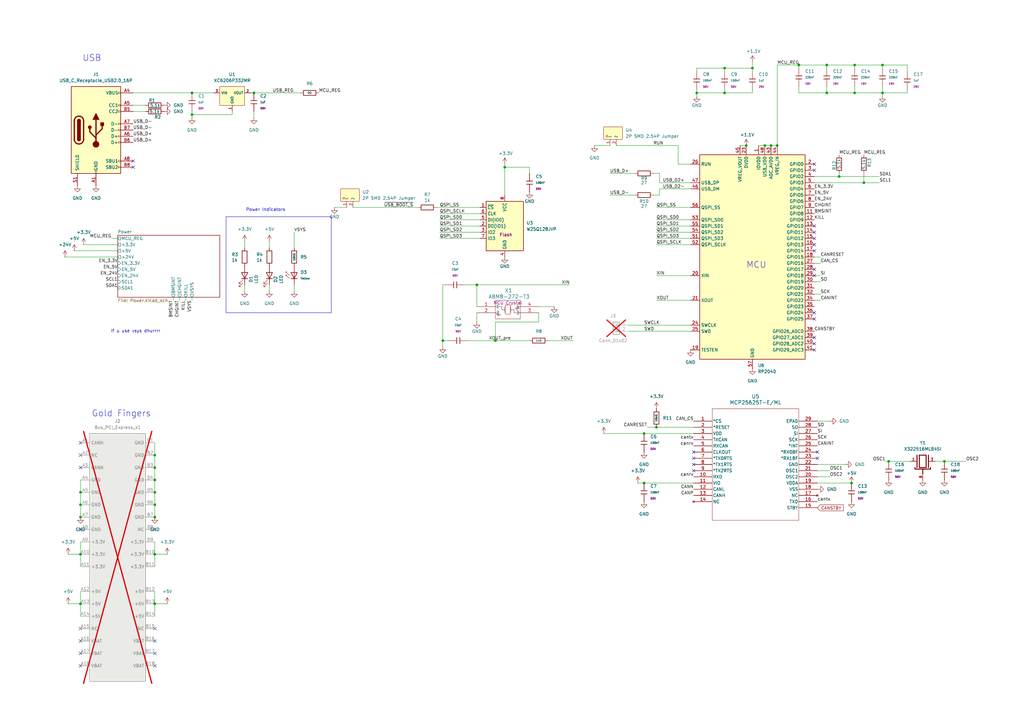
<source format=kicad_sch>
(kicad_sch (version 20250114) (generator "eeschema") (generator_version "9.0")
  (paper "A3")
  (title_block (title "4S Power Management") (date "2025-09-11") (rev "1.0.0") (comment 1 "Nathan Liu"))
  (rectangle (start 92.71 88.9) (end 135.89 128.27))
  (text "USB" (at 33.782 25.4 0) (effects (font (size 2.54 2.54)) (justify left bottom)))
  (text "MCU" (at 306.07 110.236 0) (effects (font (size 2.54 2.54)) (justify left bottom)))
  (text "Power Indicators\n" (at 108.966 86.106 0) (effects (font (size 1.27 1.27))))
  (text "If u use vsys dhurrrr" (at 55.626 135.89 0) (effects (font (size 1.27 1.27))))
  (text "Gold Fingers" (at 37.592 171.196 0) (effects (font (size 2.54 2.54)) (justify left bottom)))
  (junction (at 78.74 38.1))
  (junction (at 33.02 227.33))
  (junction (at 344.17 72.39))
  (junction (at 78.74 46.99))
  (junction (at 339.09 26.67))
  (junction (at 316.23 59.69))
  (junction (at 318.77 59.69))
  (junction (at 361.95 38.1))
  (junction (at 269.24 175.26))
  (junction (at 104.14 38.1))
  (junction (at 313.69 59.69))
  (junction (at 350.52 26.67))
  (junction (at 387.35 189.23))
  (junction (at 297.18 38.1))
  (junction (at 195.58 116.84))
  (junction (at 327.66 26.67))
  (junction (at 354.33 74.93))
  (junction (at 361.95 26.67))
  (junction (at 203.2 139.7))
  (junction (at 181.61 139.7))
  (junction (at 297.18 27.94))
  (junction (at 364.49 189.23))
  (junction (at 33.02 207.01))
  (junction (at 63.5 201.93))
  (junction (at 63.5 247.65))
  (junction (at 33.02 201.93))
  (junction (at 63.5 191.77))
  (junction (at 308.61 27.94))
  (junction (at 306.07 59.69))
  (junction (at 63.5 196.85))
  (junction (at 264.16 177.8))
  (junction (at 285.75 38.1))
  (junction (at 63.5 207.01))
  (junction (at 63.5 186.69))
  (junction (at 63.5 212.09))
  (junction (at 63.5 227.33))
  (junction (at 350.52 38.1))
  (junction (at 339.09 38.1))
  (junction (at 207.01 68.58))
  (junction (at 33.02 247.65))
  (junction (at 349.25 198.12))
  (junction (at 33.02 212.09))
  (junction (at 264.16 198.12))
  (no_connect (at 63.5 257.81))
  (no_connect (at 334.01 128.27))
  (no_connect (at 54.61 68.58))
  (no_connect (at 33.02 181.61))
  (no_connect (at 54.61 66.04))
  (no_connect (at 33.02 262.89))
  (no_connect (at 284.48 185.42))
  (no_connect (at 334.01 143.51))
  (no_connect (at 33.02 267.97))
  (no_connect (at 63.5 217.17))
  (no_connect (at 284.48 190.5))
  (no_connect (at 334.01 92.71))
  (no_connect (at 33.02 257.81))
  (no_connect (at 63.5 262.89))
  (no_connect (at 334.01 138.43))
  (no_connect (at 334.01 130.81))
  (no_connect (at 334.01 97.79))
  (no_connect (at 334.01 113.03))
  (no_connect (at 334.01 102.87))
  (no_connect (at 335.28 185.42))
  (no_connect (at 284.48 193.04))
  (no_connect (at 334.01 110.49))
  (no_connect (at 63.5 273.05))
  (no_connect (at 334.01 140.97))
  (no_connect (at 334.01 100.33))
  (no_connect (at 33.02 186.69))
  (no_connect (at 334.01 67.31))
  (no_connect (at 33.02 191.77))
  (no_connect (at 33.02 217.17))
  (no_connect (at 335.28 187.96))
  (no_connect (at 334.01 95.25))
  (no_connect (at 284.48 187.96))
  (no_connect (at 334.01 69.85))
  (no_connect (at 33.02 273.05))
  (no_connect (at 63.5 267.97))
  (wire (pts (xy 257.81 135.89) (xy 283.21 135.89)))
  (wire (pts (xy 361.95 39.37) (xy 361.95 38.1)))
  (wire (pts (xy 220.98 125.73) (xy 227.33 125.73)))
  (wire (pts (xy 196.85 95.25) (xy 180.34 95.25)))
  (wire (pts (xy 269.24 92.71) (xy 283.21 92.71)))
  (wire (pts (xy 179.07 85.09) (xy 196.85 85.09)))
  (wire (pts (xy 110.49 119.38) (xy 110.49 116.84)))
  (wire (pts (xy 137.16 85.09) (xy 142.24 85.09)))
  (wire (pts (xy 252.73 59.69) (xy 278.13 59.69)))
  (wire (pts (xy 316.23 59.69) (xy 318.77 59.69)))
  (wire (pts (xy 195.58 132.08) (xy 195.58 128.27)))
  (wire (pts (xy 297.18 29.21) (xy 297.18 27.94)))
  (wire (pts (xy 63.5 227.33) (xy 63.5 232.41)))
  (wire (pts (xy 283.21 85.09) (xy 269.24 85.09)))
  (wire (pts (xy 336.55 105.41) (xy 334.01 105.41)))
  (wire (pts (xy 350.52 27.94) (xy 350.52 26.67)))
  (wire (pts (xy 264.16 198.12) (xy 284.48 198.12)))
  (wire (pts (xy 33.02 201.93) (xy 33.02 207.01)))
  (wire (pts (xy 340.36 195.58) (xy 335.28 195.58)))
  (wire (pts (xy 383.54 189.23) (xy 387.35 189.23)))
  (wire (pts (xy 59.69 43.18) (xy 54.61 43.18)))
  (wire (pts (xy 54.61 38.1) (xy 78.74 38.1)))
  (wire (pts (xy 78.74 46.99) (xy 95.25 46.99)))
  (wire (pts (xy 350.52 38.1) (xy 339.09 38.1)))
  (wire (pts (xy 184.15 139.7) (xy 181.61 139.7)))
  (wire (pts (xy 308.61 38.1) (xy 297.18 38.1)))
  (wire (pts (xy 104.14 38.1) (xy 123.19 38.1)))
  (wire (pts (xy 207.01 67.31) (xy 207.01 68.58)))
  (wire (pts (xy 339.09 26.67) (xy 350.52 26.67)))
  (wire (pts (xy 308.61 25.4) (xy 308.61 27.94)))
  (wire (pts (xy 336.55 115.57) (xy 334.01 115.57)))
  (wire (pts (xy 339.09 35.56) (xy 339.09 38.1)))
  (wire (pts (xy 181.61 116.84) (xy 182.88 116.84)))
  (wire (pts (xy 278.13 67.31) (xy 278.13 59.69)))
  (wire (pts (xy 336.55 120.65) (xy 334.01 120.65)))
  (wire (pts (xy 361.95 27.94) (xy 361.95 26.67)))
  (wire (pts (xy 195.58 116.84) (xy 195.58 125.73)))
  (wire (pts (xy 361.95 38.1) (xy 372.11 38.1)))
  (wire (pts (xy 250.19 80.01) (xy 260.35 80.01)))
  (wire (pts (xy 120.65 95.25) (xy 120.65 101.6)))
  (wire (pts (xy 110.49 99.06) (xy 110.49 101.6)))
  (wire (pts (xy 196.85 97.79) (xy 180.34 97.79)))
  (wire (pts (xy 335.28 198.12) (xy 349.25 198.12)))
  (wire (pts (xy 63.5 196.85) (xy 63.5 201.93)))
  (wire (pts (xy 63.5 247.65) (xy 63.5 242.57)))
  (wire (pts (xy 33.02 227.33) (xy 33.02 222.25)))
  (wire (pts (xy 308.61 29.21) (xy 308.61 27.94)))
  (wire (pts (xy 308.61 36.83) (xy 308.61 38.1)))
  (wire (pts (xy 270.51 71.12) (xy 270.51 74.93)))
  (wire (pts (xy 311.15 59.69) (xy 313.69 59.69)))
  (wire (pts (xy 78.74 123.19) (xy 78.74 121.92)))
  (wire (pts (xy 297.18 27.94) (xy 308.61 27.94)))
  (wire (pts (xy 102.87 38.1) (xy 104.14 38.1)))
  (wire (pts (xy 285.75 38.1) (xy 297.18 38.1)))
  (wire (pts (xy 313.69 59.69) (xy 316.23 59.69)))
  (wire (pts (xy 63.5 227.33) (xy 63.5 222.25)))
  (wire (pts (xy 120.65 116.84) (xy 120.65 119.38)))
  (wire (pts (xy 318.77 26.67) (xy 318.77 59.69)))
  (wire (pts (xy 270.51 80.01) (xy 270.51 77.47)))
  (wire (pts (xy 269.24 113.03) (xy 283.21 113.03)))
  (wire (pts (xy 63.5 191.77) (xy 63.5 196.85)))
  (wire (pts (xy 269.24 90.17) (xy 283.21 90.17)))
  (wire (pts (xy 269.24 97.79) (xy 283.21 97.79)))
  (wire (pts (xy 203.2 132.08) (xy 203.2 139.7)))
  (wire (pts (xy 387.35 189.23) (xy 396.24 189.23)))
  (wire (pts (xy 269.24 175.26) (xy 284.48 175.26)))
  (wire (pts (xy 195.58 116.84) (xy 233.68 116.84)))
  (wire (pts (xy 361.95 26.67) (xy 372.11 26.67)))
  (wire (pts (xy 33.02 196.85) (xy 33.02 201.93)))
  (wire (pts (xy 270.51 74.93) (xy 283.21 74.93)))
  (wire (pts (xy 63.5 207.01) (xy 63.5 212.09)))
  (wire (pts (xy 327.66 26.67) (xy 339.09 26.67)))
  (wire (pts (xy 33.02 227.33) (xy 33.02 232.41)))
  (wire (pts (xy 346.71 190.5) (xy 335.28 190.5)))
  (wire (pts (xy 180.34 87.63) (xy 196.85 87.63)))
  (wire (pts (xy 144.78 85.09) (xy 171.45 85.09)))
  (wire (pts (xy 265.43 175.26) (xy 269.24 175.26)))
  (wire (pts (xy 283.21 100.33) (xy 269.24 100.33)))
  (wire (pts (xy 27.94 247.65) (xy 33.02 247.65)))
  (wire (pts (xy 283.21 67.31) (xy 278.13 67.31)))
  (wire (pts (xy 344.17 72.39) (xy 334.01 72.39)))
  (wire (pts (xy 76.2 123.19) (xy 76.2 121.92)))
  (wire (pts (xy 190.5 116.84) (xy 195.58 116.84)))
  (wire (pts (xy 78.74 48.26) (xy 78.74 46.99)))
  (wire (pts (xy 181.61 139.7) (xy 181.61 142.24)))
  (wire (pts (xy 27.94 227.33) (xy 33.02 227.33)))
  (wire (pts (xy 243.84 59.69) (xy 250.19 59.69)))
  (wire (pts (xy 203.2 139.7) (xy 217.17 139.7)))
  (wire (pts (xy 257.81 133.35) (xy 283.21 133.35)))
  (wire (pts (xy 196.85 90.17) (xy 180.34 90.17)))
  (wire (pts (xy 73.66 123.19) (xy 73.66 121.92)))
  (wire (pts (xy 364.49 189.23) (xy 373.38 189.23)))
  (wire (pts (xy 340.36 193.04) (xy 335.28 193.04)))
  (wire (pts (xy 269.24 95.25) (xy 283.21 95.25)))
  (wire (pts (xy 270.51 77.47) (xy 283.21 77.47)))
  (wire (pts (xy 363.22 189.23) (xy 364.49 189.23)))
  (wire (pts (xy 68.58 227.33) (xy 63.5 227.33)))
  (wire (pts (xy 181.61 116.84) (xy 181.61 139.7)))
  (wire (pts (xy 78.74 38.1) (xy 87.63 38.1)))
  (wire (pts (xy 78.74 46.99) (xy 78.74 45.72)))
  (wire (pts (xy 48.26 100.33) (xy 34.29 100.33)))
  (wire (pts (xy 63.5 201.93) (xy 63.5 207.01)))
  (wire (pts (xy 361.95 35.56) (xy 361.95 38.1)))
  (wire (pts (xy 247.65 177.8) (xy 264.16 177.8)))
  (wire (pts (xy 318.77 26.67) (xy 327.66 26.67)))
  (wire (pts (xy 354.33 74.93) (xy 360.68 74.93)))
  (wire (pts (xy 33.02 247.65) (xy 33.02 252.73)))
  (wire (pts (xy 191.77 139.7) (xy 203.2 139.7)))
  (wire (pts (xy 344.17 71.12) (xy 344.17 72.39)))
  (wire (pts (xy 45.72 97.79) (xy 48.26 97.79)))
  (wire (pts (xy 285.75 27.94) (xy 297.18 27.94)))
  (wire (pts (xy 350.52 26.67) (xy 361.95 26.67)))
  (wire (pts (xy 334.01 74.93) (xy 354.33 74.93)))
  (wire (pts (xy 207.01 68.58) (xy 207.01 80.01)))
  (wire (pts (xy 220.98 128.27) (xy 220.98 132.08)))
  (wire (pts (xy 71.12 121.92) (xy 71.12 123.19)))
  (wire (pts (xy 285.75 29.21) (xy 285.75 27.94)))
  (wire (pts (xy 63.5 186.69) (xy 63.5 191.77)))
  (wire (pts (xy 297.18 38.1) (xy 297.18 36.83)))
  (wire (pts (xy 336.55 107.95) (xy 334.01 107.95)))
  (wire (pts (xy 354.33 71.12) (xy 354.33 74.93)))
  (wire (pts (xy 68.58 247.65) (xy 63.5 247.65)))
  (wire (pts (xy 26.67 105.41) (xy 48.26 105.41)))
  (wire (pts (xy 104.14 45.72) (xy 104.14 48.26)))
  (wire (pts (xy 283.21 123.19) (xy 269.24 123.19)))
  (wire (pts (xy 33.02 207.01) (xy 33.02 212.09)))
  (wire (pts (xy 100.33 99.06) (xy 100.33 101.6)))
  (wire (pts (xy 196.85 92.71) (xy 180.34 92.71)))
  (wire (pts (xy 95.25 45.72) (xy 95.25 46.99)))
  (wire (pts (xy 285.75 38.1) (xy 285.75 39.37)))
  (wire (pts (xy 327.66 27.94) (xy 327.66 26.67)))
  (wire (pts (xy 267.97 71.12) (xy 270.51 71.12)))
  (wire (pts (xy 340.36 172.72) (xy 335.28 172.72)))
  (wire (pts (xy 285.75 36.83) (xy 285.75 38.1)))
  (wire (pts (xy 336.55 123.19) (xy 334.01 123.19)))
  (wire (pts (xy 100.33 119.38) (xy 100.33 116.84)))
  (wire (pts (xy 63.5 181.61) (xy 63.5 186.69)))
  (wire (pts (xy 350.52 35.56) (xy 350.52 38.1)))
  (wire (pts (xy 372.11 29.21) (xy 372.11 26.67)))
  (wire (pts (xy 339.09 38.1) (xy 327.66 38.1)))
  (wire (pts (xy 261.62 198.12) (xy 264.16 198.12)))
  (wire (pts (xy 217.17 68.58) (xy 207.01 68.58)))
  (wire (pts (xy 336.55 113.03) (xy 334.01 113.03)))
  (wire (pts (xy 250.19 71.12) (xy 260.35 71.12)))
  (wire (pts (xy 327.66 35.56) (xy 327.66 38.1)))
  (wire (pts (xy 303.53 59.69) (xy 306.07 59.69)))
  (wire (pts (xy 372.11 36.83) (xy 372.11 38.1)))
  (wire (pts (xy 30.48 102.87) (xy 48.26 102.87)))
  (wire (pts (xy 59.69 45.72) (xy 54.61 45.72)))
  (wire (pts (xy 33.02 247.65) (xy 33.02 242.57)))
  (wire (pts (xy 220.98 132.08) (xy 203.2 132.08)))
  (wire (pts (xy 267.97 80.01) (xy 270.51 80.01)))
  (wire (pts (xy 63.5 247.65) (xy 63.5 252.73)))
  (wire (pts (xy 361.95 38.1) (xy 350.52 38.1)))
  (wire (pts (xy 339.09 27.94) (xy 339.09 26.67)))
  (wire (pts (xy 264.16 177.8) (xy 284.48 177.8)))
  (wire (pts (xy 360.68 72.39) (xy 344.17 72.39)))
  (wire (pts (xy 224.79 139.7) (xy 234.95 139.7)))
  (wire (pts (xy 217.17 71.12) (xy 217.17 68.58)))
  (label "QSPI_SD2" (at 269.24 95.25 0))
  (label "~{USB_BOOT_S}" (at 157.48 85.09 0))
  (label "cantx" (at 284.48 180.34 180))
  (label "MCU_REG" (at 344.17 63.5 0))
  (label "USB_D+" (at 54.61 58.42 0))
  (label "EN_5V" (at 48.26 110.49 180))
  (label "BMSINT" (at 71.12 123.19 270))
  (label "EN_24V" (at 48.26 113.03 180))
  (label "VSYS" (at 120.65 95.25 0))
  (label "OSC1" (at 340.36 193.04 0))
  (label "SWCLK" (at 264.16 133.35 0))
  (label "CANINT" (at 336.55 123.19 0))
  (label "QSPI_SD0" (at 269.24 90.17 0))
  (label "KILL" (at 76.2 123.19 270))
  (label "SO" (at 336.55 115.57 0))
  (label "QSPI_SD1" (at 180.34 92.71 0))
  (label "canrx" (at 284.48 195.58 180))
  (label "XIN" (at 233.68 116.84 180))
  (label "CANRESET" (at 265.43 175.26 180))
  (label "CANP" (at 284.48 203.2 180))
  (label "SCL1" (at 360.68 74.93 0))
  (label "QSPI_SS" (at 269.24 85.09 0))
  (label "SCK" (at 336.55 120.65 0))
  (label "VSYS" (at 78.74 123.19 270))
  (label "USB_D-" (at 54.61 50.8 0))
  (label "CHGINT" (at 73.66 123.19 270))
  (label "SDA1" (at 48.26 118.11 180))
  (label "OSC2" (at 340.36 195.58 0))
  (label "MCU_REG" (at 318.77 26.67 0))
  (label "canrx" (at 284.48 182.88 180))
  (label "KILL" (at 334.01 90.17 0))
  (label "XOUT" (at 234.95 139.7 180))
  (label "QSPI_SD1" (at 269.24 92.71 0))
  (label "USB_D-" (at 54.61 53.34 0))
  (label "cantx" (at 335.28 205.74 0))
  (label "CAN_CS" (at 336.55 107.95 0))
  (label "QSPI_SD2" (at 180.34 95.25 0))
  (label "QSPI_SD3" (at 180.34 97.79 0))
  (label "USB_D-" (at 250.19 80.01 0))
  (label "MCU_REG" (at 130.81 38.1 0))
  (label "BMSINT" (at 334.01 87.63 0))
  (label "SO" (at 335.28 175.26 0))
  (label "SDA1" (at 360.68 72.39 0))
  (label "SCK" (at 335.28 180.34 0))
  (label "CANN" (at 284.48 200.66 180))
  (label "RUN" (at 267.97 59.69 0))
  (label "CANINT" (at 335.28 182.88 0))
  (label "USB_D2-" (at 271.78 77.47 0))
  (label "XIN" (at 269.24 113.03 0))
  (label "EN_3.3V" (at 48.26 107.95 180))
  (label "QSPI_SCLK" (at 180.34 87.63 0))
  (label "QSPI_SS" (at 180.34 85.09 0))
  (label "EN_5V" (at 334.01 80.01 0))
  (label "SI" (at 336.55 113.03 0))
  (label "SCL1" (at 48.26 115.57 180))
  (label "MCU_REG" (at 45.72 97.79 180))
  (label "CHGINT" (at 334.01 85.09 0))
  (label "OSC2" (at 396.24 189.23 0))
  (label "OSC1" (at 363.22 189.23 180))
  (label "MCU_REG" (at 354.33 63.5 0))
  (label "SI" (at 335.28 177.8 0))
  (label "CANSTBY" (at 334.01 135.89 0))
  (label "USB_REG" (at 111.76 38.1 0))
  (label "USB_D+" (at 54.61 55.88 0))
  (label "CAN_CS" (at 284.48 172.72 180))
  (label "USB_D2+" (at 271.78 74.93 0))
  (label "EN_3.3V" (at 334.01 77.47 0))
  (label "CANRESET" (at 336.55 105.41 0))
  (label "QSPI_SD0" (at 180.34 90.17 0))
  (label "USB_D+" (at 250.19 71.12 0))
  (label "SWD" (at 264.16 135.89 0))
  (label "XOUT" (at 269.24 123.19 0))
  (label "EN_24V" (at 334.01 82.55 0))
  (label "QSPI_SD3" (at 269.24 97.79 0))
  (label "QSPI_SCLK" (at 269.24 100.33 0))
  (label "XOUT_pre" (at 209.55 139.7 180))
  (global_label "CANSTBY" (shape input) (at 335.28 208.28 0) (property "Intersheetrefs" "${INTERSHEET_REFS}" (effects (hide yes))))
  (symbol (lib_id "power:GND") (at 110.49 119.38 0) (unit 1)
    (property "Reference" "#PWR019" (effects (hide yes)))
    (property "Value" "GND" (at 110.49 124.46 0))
    (property "Description" "Power symbol creates a global label with name \"GND\" , ground" (effects (hide yes)))
  )
  (symbol (lib_id "crystal:ABM8-272-T3") (at 195.58 125.73 0) (unit 1)
    (property "Reference" "X1" (at 208.534 119.126 0) (effects (font (size 1.524 1.524))))
    (property "Value" "ABM8-272-T3" (at 208.788 121.666 0) (effects (font (size 1.524 1.524))))
    (property "Footprint" "4in-power:CRYSTAL-SMD_4P-L3.2-W2.5-BL" (effects (hide yes)))
    (property "Datasheet" "ABM8-272-T3" (effects (hide yes)))
    (property "LCSC Part #" "C20625731" (effects (hide yes)))
    (property "basic?" "no" (effects (hide yes)))
    (property "info" "MCU Crystal" (at 208.28 124.206 0))
    (property "price" "C$0.6692 " (effects (hide yes)))
    (property "JLC Link" "https://jlcpcb.com/partdetail/AbraconLlc-ABM8_272T3/C20625731" (effects (hide yes)))
    (property "Current Draw" "200 uW 3.3v" (effects (hide yes)))
  )
  (symbol (lib_id "4in-power:0402,10kΩ") (at 120.65 105.41 0) (unit 1)
    (property "Reference" "R5" (at 123.19 105.4099 0) (effects (justify left)))
    (property "Value" "10kΩ" (at 120.65 105.41 90) (effects (font (size 0.8 0.8))))
    (property "Footprint" "PCM_JLCPCB:R_0402" (effects (hide yes)))
    (property "Datasheet" "https://www.lcsc.com/datasheet/lcsc_datasheet_2411221126_UNI-ROYAL-Uniroyal-Elec-0402WGF1002TCE_C25744.pdf" (effects (hide yes)))
    (property "Description" "62.5mW Thick Film Resistors 50V ±100ppm/°C ±1% 10kΩ 0402 Chip Resistor - Surface Mount ROHS" (effects (hide yes)))
    (property "LCSC" "C25744" (effects (hide yes)))
    (property "Stock" "24372091" (effects (hide yes)))
    (property "Price" "0.004USD" (effects (hide yes)))
    (property "Process" "SMT" (effects (hide yes)))
    (property "Minimum Qty" "20" (effects (hide yes)))
    (property "Attrition Qty" "10" (effects (hide yes)))
    (property "Class" "Basic Component" (effects (hide yes)))
    (property "Category" "Resistors,Chip Resistor - Surface Mount" (effects (hide yes)))
    (property "Manufacturer" "UNI-ROYAL(Uniroyal Elec)" (effects (hide yes)))
    (property "Part" "0402WGF1002TCE" (effects (hide yes)))
    (property "Resistance" "10kΩ" (effects (hide yes)))
    (property "Power(Watts)" "62.5mW" (effects (hide yes)))
    (property "Type" "Thick Film Resistors" (effects (hide yes)))
    (property "Overload Voltage (Max)" "50V" (effects (hide yes)))
    (property "Operating Temperature Range" "-55°C~+155°C" (effects (hide yes)))
    (property "Tolerance" "±1%" (effects (hide yes)))
    (property "Temperature Coefficient" "±100ppm/°C" (effects (hide yes)))
  )
  (symbol (lib_id "power:VAA") (at 27.94 227.33 0) (unit 1)
    (property "Reference" "#PWR02" (effects (hide yes)))
    (property "Value" "+3.3V" (at 27.94 222.25 0))
    (property "Description" "Power symbol creates a global label with name \"VAA\"" (effects (hide yes)))
  )
  (symbol (lib_id "4in-power:0402,100nF,(2)") (at 264.16 181.61 0) (unit 1)
    (property "Reference" "C6" (at 266.7 179.0699 0) (effects (justify left)))
    (property "Value" "100nF" (at 266.7 181.61 0) (effects (font (size 0.8 0.8)) (justify left)))
    (property "Footprint" "PCM_JLCPCB:C_0402" (effects (hide yes)))
    (property "Datasheet" "https://www.lcsc.com/datasheet/lcsc_datasheet_2304140030_Samsung-Electro-Mechanics-CL05B104KB54PNC_C307331.pdf" (effects (hide yes)))
    (property "Description" "50V 100nF X7R ±10% 0402 Multilayer Ceramic Capacitors MLCC - SMD/SMT ROHS" (effects (hide yes)))
    (property "LCSC" "C307331" (effects (hide yes)))
    (property "Stock" "8389599" (effects (hide yes)))
    (property "Price" "0.008USD" (effects (hide yes)))
    (property "Process" "SMT" (effects (hide yes)))
    (property "Minimum Qty" "20" (effects (hide yes)))
    (property "Attrition Qty" "10" (effects (hide yes)))
    (property "Class" "Basic Component" (effects (hide yes)))
    (property "Category" "Capacitors,Multilayer Ceramic Capacitors MLCC - SMD/SMT" (effects (hide yes)))
    (property "Manufacturer" "Samsung Electro-Mechanics" (effects (hide yes)))
    (property "Part" "CL05B104KB54PNC" (effects (hide yes)))
    (property "Voltage Rated" "50V" (at 266.7 184.15 0) (effects (font (size 0.8 0.8)) (justify left)))
    (property "Tolerance" "±10%" (effects (hide yes)))
    (property "Capacitance" "100nF" (effects (hide yes)))
    (property "Temperature Coefficient" "X7R" (effects (hide yes)))
  )
  (symbol (lib_id "power:GND") (at 63.5 212.09 0) (unit 1)
    (property "Reference" "#PWR09" (effects (hide yes)))
    (property "Value" "GND" (at 63.5 217.17 0))
    (property "Description" "Power symbol creates a global label with name \"GND\" , ground" (effects (hide yes)))
  )
  (symbol (lib_id "power:GND") (at 378.46 196.85 0) (unit 1)
    (property "Reference" "#PWR046" (effects (hide yes)))
    (property "Value" "GND" (at 378.46 201.93 0))
    (property "Description" "Power symbol creates a global label with name \"GND\" , ground" (effects (hide yes)))
  )
  (symbol (lib_id "power:VAA") (at 68.58 247.65 0) (unit 1)
    (property "Reference" "#PWR013" (effects (hide yes)))
    (property "Value" "+5V" (at 68.58 242.57 0))
    (property "Description" "Power symbol creates a global label with name \"VAA\"" (effects (hide yes)))
  )
  (symbol (lib_id "power:GND") (at 349.25 205.74 0) (unit 1)
    (property "Reference" "#PWR043" (effects (hide yes)))
    (property "Value" "GND" (at 349.25 210.82 0))
    (property "Description" "Power symbol creates a global label with name \"GND\" , ground" (effects (hide yes)))
  )
  (symbol (lib_id "power:VAA") (at 27.94 247.65 0) (unit 1)
    (property "Reference" "#PWR03" (effects (hide yes)))
    (property "Value" "+5V" (at 27.94 242.57 0))
    (property "Description" "Power symbol creates a global label with name \"VAA\"" (effects (hide yes)))
  )
  (symbol (lib_id "power:+3V3") (at 207.01 67.31 0) (unit 1)
    (property "Reference" "#PWR024" (effects (hide yes)))
    (property "Value" "+3.3V" (at 207.391 62.9158 0))
  )
  (symbol (lib_id "power:GND") (at 39.37 76.2 0) (unit 1)
    (property "Reference" "#PWR08" (effects (hide yes)))
    (property "Value" "GND" (at 39.37 81.28 0))
    (property "Description" "Power symbol creates a global label with name \"GND\" , ground" (effects (hide yes)))
  )
  (symbol (lib_id "power:GND") (at 283.21 143.51 0) (unit 1)
    (property "Reference" "#PWR034" (effects (hide yes)))
    (property "Value" "GND" (at 283.21 148.59 0))
    (property "Description" "Power symbol creates a global label with name \"GND\" , ground" (effects (hide yes)))
  )
  (symbol (lib_id "power:+5V") (at 30.48 102.87 0) (unit 1)
    (property "Reference" "#PWR04" (effects (hide yes)))
    (property "Value" "+5V" (at 30.48 97.79 0))
    (property "Description" "Power symbol creates a global label with name \"+5V\"" (effects (hide yes)))
  )
  (symbol (lib_id "4in-power:0402,100nF,(2)") (at 264.16 201.93 0) (unit 1)
    (property "Reference" "C7" (at 266.7 199.3899 0) (effects (justify left)))
    (property "Value" "100nF" (at 266.7 201.93 0) (effects (font (size 0.8 0.8)) (justify left)))
    (property "Footprint" "PCM_JLCPCB:C_0402" (effects (hide yes)))
    (property "Datasheet" "https://www.lcsc.com/datasheet/lcsc_datasheet_2304140030_Samsung-Electro-Mechanics-CL05B104KB54PNC_C307331.pdf" (effects (hide yes)))
    (property "Description" "50V 100nF X7R ±10% 0402 Multilayer Ceramic Capacitors MLCC - SMD/SMT ROHS" (effects (hide yes)))
    (property "LCSC" "C307331" (effects (hide yes)))
    (property "Stock" "8389599" (effects (hide yes)))
    (property "Price" "0.008USD" (effects (hide yes)))
    (property "Process" "SMT" (effects (hide yes)))
    (property "Minimum Qty" "20" (effects (hide yes)))
    (property "Attrition Qty" "10" (effects (hide yes)))
    (property "Class" "Basic Component" (effects (hide yes)))
    (property "Category" "Capacitors,Multilayer Ceramic Capacitors MLCC - SMD/SMT" (effects (hide yes)))
    (property "Manufacturer" "Samsung Electro-Mechanics" (effects (hide yes)))
    (property "Part" "CL05B104KB54PNC" (effects (hide yes)))
    (property "Voltage Rated" "50V" (at 266.7 204.47 0) (effects (font (size 0.8 0.8)) (justify left)))
    (property "Tolerance" "±10%" (effects (hide yes)))
    (property "Capacitance" "100nF" (effects (hide yes)))
    (property "Temperature Coefficient" "X7R" (effects (hide yes)))
  )
  (symbol (lib_id "Memory_Flash:W25Q128JVP") (at 207.01 92.71 0) (unit 1)
    (property "Reference" "U3" (at 215.9 91.4399 0) (effects (justify left)))
    (property "Value" "W25Q128JVP" (at 215.9 93.9799 0) (effects (justify left)))
    (property "Footprint" "Package_SON:WSON-8-1EP_6x5mm_P1.27mm_EP3.4x4.3mm" (effects (hide yes)))
    (property "Datasheet" "https://www.winbond.com/resource-files/w25q128jv_dtr%20revc%2003272018%20plus.pdf" (effects (hide yes)))
    (property "Description" "128Mb Serial Flash Memory, Standard/Dual/Quad SPI, WSON-8" (effects (hide yes)))
    (property "LCSC" "C190862" (effects (hide yes)))
    (property "basic?" "no" (effects (hide yes)))
    (property "price" "C$1.0737 " (effects (hide yes)))
    (property "LCSC Part #" "C190862" (effects (hide yes)))
    (property "info" "Flash" (at 207.518 96.266 0))
    (property "JLC Link" "https://jlcpcb.com/partdetail/WinbondElec-W25Q128JVPIQ/C190862" (effects (hide yes)))
    (property "Current Draw" "25mA" (effects (hide yes)))
  )
  (symbol (lib_id "power:GND") (at 364.49 196.85 0) (unit 1)
    (property "Reference" "#PWR045" (effects (hide yes)))
    (property "Value" "GND" (at 364.49 201.93 0))
    (property "Description" "Power symbol creates a global label with name \"GND\" , ground" (effects (hide yes)))
  )
  (symbol (lib_id "power:+3.3V") (at 247.65 177.8 0) (unit 1)
    (property "Reference" "#PWR029" (effects (hide yes)))
    (property "Value" "+3.3V" (at 247.65 172.72 0))
    (property "Description" "Power symbol creates a global label with name \"+3.3V\"" (effects (hide yes)))
  )
  (symbol (lib_id "power:VAA") (at 68.58 227.33 0) (unit 1)
    (property "Reference" "#PWR012" (effects (hide yes)))
    (property "Value" "+3.3V" (at 68.58 222.25 0))
    (property "Description" "Power symbol creates a global label with name \"VAA\"" (effects (hide yes)))
  )
  (symbol (lib_id "power:GND") (at 67.31 45.72 90) (unit 1)
    (property "Reference" "#PWR011" (effects (hide yes)))
    (property "Value" "GND" (at 71.12 45.7199 90) (effects (justify right)))
    (property "Description" "Power symbol creates a global label with name \"GND\" , ground" (effects (hide yes)))
  )
  (symbol (lib_id "4in-power:DZ254S-11-02-50") (at 251.46 54.61 90) (unit 1)
    (property "Reference" "U4" (at 256.54 53.3399 90) (effects (justify right)))
    (property "Value" "2P SMD 2.54P Jumper" (at 256.54 55.8799 90) (effects (justify right)))
    (property "Footprint" "4in-power:HDR-SMD_2P-P2.54-V-M-S4.8_DZ254S-11-02-50" (effects (hide yes)))
    (property "Datasheet" "https://atta.szlcsc.com/upload/public/pdf/source/20230913/ABC6E3C99A1E0EED00221BCE3DC8DD21.pdf" (effects (hide yes)))
    (property "Description" "DZ254S-11-02-50" (effects (hide yes)))
    (property "LCSC" "C17702633" (effects (hide yes)))
  )
  (symbol (lib_id "power:GND") (at 387.35 196.85 0) (unit 1)
    (property "Reference" "#PWR047" (effects (hide yes)))
    (property "Value" "GND" (at 387.35 201.93 0))
    (property "Description" "Power symbol creates a global label with name \"GND\" , ground" (effects (hide yes)))
  )
  (symbol (lib_id "4in-power:0402,10kΩ") (at 269.24 171.45 0) (unit 1)
    (property "Reference" "R11" (at 271.78 171.4499 0) (effects (justify left)))
    (property "Value" "10kΩ" (at 269.24 171.45 90) (effects (font (size 0.8 0.8))))
    (property "Footprint" "PCM_JLCPCB:R_0402" (effects (hide yes)))
    (property "Datasheet" "https://www.lcsc.com/datasheet/lcsc_datasheet_2411221126_UNI-ROYAL-Uniroyal-Elec-0402WGF1002TCE_C25744.pdf" (effects (hide yes)))
    (property "Description" "62.5mW Thick Film Resistors 50V ±100ppm/°C ±1% 10kΩ 0402 Chip Resistor - Surface Mount ROHS" (effects (hide yes)))
    (property "LCSC" "C25744" (effects (hide yes)))
    (property "Stock" "24372091" (effects (hide yes)))
    (property "Price" "0.004USD" (effects (hide yes)))
    (property "Process" "SMT" (effects (hide yes)))
    (property "Minimum Qty" "20" (effects (hide yes)))
    (property "Attrition Qty" "10" (effects (hide yes)))
    (property "Class" "Basic Component" (effects (hide yes)))
    (property "Category" "Resistors,Chip Resistor - Surface Mount" (effects (hide yes)))
    (property "Manufacturer" "UNI-ROYAL(Uniroyal Elec)" (effects (hide yes)))
    (property "Part" "0402WGF1002TCE" (effects (hide yes)))
    (property "Resistance" "10kΩ" (effects (hide yes)))
    (property "Power(Watts)" "62.5mW" (effects (hide yes)))
    (property "Type" "Thick Film Resistors" (effects (hide yes)))
    (property "Overload Voltage (Max)" "50V" (effects (hide yes)))
    (property "Operating Temperature Range" "-55°C~+155°C" (effects (hide yes)))
    (property "Tolerance" "±1%" (effects (hide yes)))
    (property "Temperature Coefficient" "±100ppm/°C" (effects (hide yes)))
  )
  (symbol (lib_id "PCM_JLCPCB-Diodes:LED,0603,Yellow") (at 120.65 113.03 0) (unit 1)
    (property "Reference" "D3" (at 123.19 111.6646 0) (effects (justify left)))
    (property "Value" "Yellow" (at 123.19 114.2047 0) (effects (font (size 0.8 0.8)) (justify left)))
    (property "Footprint" "PCM_JLCPCB:D_0603" (effects (hide yes)))
    (property "Datasheet" "https://www.lcsc.com/datasheet/lcsc_datasheet_2008201033_Foshan-NationStar-Optoelectronics-NCD0603Y2_C89811.pdf" (effects (hide yes)))
    (property "Description" "25mA 100mcd~220mcd Colorless transparent lens 586nm~595nm -30°C~+85°C Yellow 130° 65mW 1.6V~2.6V 0603 LED Indication - Discrete ROHS" (effects (hide yes)))
    (property "LCSC" "C89811" (effects (hide yes)))
    (property "Stock" "109176" (effects (hide yes)))
    (property "Price" "0.021USD" (effects (hide yes)))
    (property "Process" "SMT" (effects (hide yes)))
    (property "Minimum Qty" "20" (effects (hide yes)))
    (property "Attrition Qty" "6" (effects (hide yes)))
    (property "Class" "Preferred Component" (effects (hide yes)))
    (property "Category" "Optoelectronics,Light Emitting Diodes (LED)" (effects (hide yes)))
    (property "Manufacturer" "Foshan NationStar Optoelectronics" (effects (hide yes)))
    (property "Part" "NCD0603Y2" (effects (hide yes)))
    (property "Dominant Wavelength" "586nm~595nm" (effects (hide yes)))
    (property "Operating Temperature" "-30°C~+85°C" (effects (hide yes)))
    (property "Power Dissipation" "65mW" (effects (hide yes)))
    (property "Emitted Color" "Yellow" (effects (hide yes)))
    (property "Viewing Angle" "130°" (effects (hide yes)))
    (property "Forward Current" "25mA" (effects (hide yes)))
    (property "Forward Voltage (VF)" "1.6V~2.6V" (effects (hide yes)))
    (property "Lens Color" "Colorless Transparent Lens" (effects (hide yes)))
    (property "Luminous Intensity" "100mcd~220mcd" (effects (hide yes)))
  )
  (symbol (lib_id "power:+3.3V") (at 269.24 167.64 0) (unit 1)
    (property "Reference" "#PWR033" (effects (hide yes)))
    (property "Value" "+3.3V" (at 269.24 162.56 0))
    (property "Description" "Power symbol creates a global label with name \"+3.3V\"" (effects (hide yes)))
  )
  (symbol (lib_id "Device:R") (at 264.16 80.01 90) (unit 1)
    (property "Reference" "R10" (at 264.16 82.55 90))
    (property "Value" "27" (at 264.16 84.582 90))
    (property "Footprint" "Resistor_SMD:R_0402_1005Metric" (effects (hide yes)))
    (property "LCSC Part #" "C25100" (effects (hide yes)))
    (property "basic?" "no" (effects (hide yes)))
    (property "info" "27 ohm" (effects (hide yes)))
    (property "price" "C$0.0007 " (effects (hide yes)))
    (property "JLC Link" "https://jlcpcb.com/partdetail/25843-0402WGF270JTCE/C25100" (effects (hide yes)))
  )
  (symbol (lib_id "MCU_RaspberryPi:RP2040") (at 308.61 105.41 0) (unit 1)
    (property "Reference" "U6" (at 310.8041 149.86 0) (effects (justify left)))
    (property "Value" "RP2040" (at 310.8041 152.4 0) (effects (justify left)))
    (property "Footprint" "Package_DFN_QFN:QFN-56-1EP_7x7mm_P0.4mm_EP3.2x3.2mm" (effects (hide yes)))
    (property "Datasheet" "https://datasheets.raspberrypi.com/rp2040/rp2040-datasheet.pdf" (effects (hide yes)))
    (property "Description" "A microcontroller by Raspberry Pi" (effects (hide yes)))
    (property "LCSC" "C2040" (effects (hide yes)))
    (property "basic?" "no" (effects (hide yes)))
    (property "price" "C$1.4190 " (effects (hide yes)))
    (property "LCSC Part #" "C2040" (effects (hide yes)))
    (property "info" "MCU" (effects (hide yes)))
    (property "JLC Link" "https://jlcpcb.com/partdetail/RaspberryPi-RP2040/C2040" (effects (hide yes)))
    (property "Current Draw" "20mA" (effects (hide yes)))
  )
  (symbol (lib_id "power:GND") (at 346.71 190.5 90) (unit 1)
    (property "Reference" "#PWR041" (effects (hide yes)))
    (property "Value" "GND" (at 350.52 190.4999 90) (effects (justify right)))
    (property "Description" "Power symbol creates a global label with name \"GND\" , ground" (effects (hide yes)))
  )
  (symbol (lib_id "power:+3.3V") (at 261.62 198.12 0) (unit 1)
    (property "Reference" "#PWR030" (effects (hide yes)))
    (property "Value" "+3.3V" (at 261.62 193.04 0))
    (property "Description" "Power symbol creates a global label with name \"+3.3V\"" (effects (hide yes)))
  )
  (symbol (lib_id "power:GND") (at 120.65 119.38 0) (unit 1)
    (property "Reference" "#PWR020" (effects (hide yes)))
    (property "Value" "GND" (at 120.65 124.46 0))
    (property "Description" "Power symbol creates a global label with name \"GND\" , ground" (effects (hide yes)))
  )
  (symbol (lib_id "power:GND") (at 31.75 76.2 0) (unit 1)
    (property "Reference" "#PWR05" (effects (hide yes)))
    (property "Value" "GND" (at 31.75 81.28 0))
    (property "Description" "Power symbol creates a global label with name \"GND\" , ground" (effects (hide yes)))
  )
  (symbol (lib_id "4in-power:0603,1uF") (at 104.14 41.91 0) (unit 1)
    (property "Reference" "C2" (at 106.68 39.3699 0) (effects (justify left)))
    (property "Value" "1uF" (at 106.68 41.91 0) (effects (font (size 0.8 0.8)) (justify left)))
    (property "Footprint" "PCM_JLCPCB:C_0603" (effects (hide yes)))
    (property "Datasheet" "https://www.lcsc.com/datasheet/lcsc_datasheet_2304140030_Samsung-Electro-Mechanics-CL10A105KB8NNNC_C15849.pdf" (effects (hide yes)))
    (property "Description" "50V 1uF X5R ±10% 0603 Multilayer Ceramic Capacitors MLCC - SMD/SMT ROHS" (effects (hide yes)))
    (property "LCSC" "C15849" (effects (hide yes)))
    (property "Stock" "11535980" (effects (hide yes)))
    (property "Price" "0.008USD" (effects (hide yes)))
    (property "Process" "SMT" (effects (hide yes)))
    (property "Minimum Qty" "20" (effects (hide yes)))
    (property "Attrition Qty" "10" (effects (hide yes)))
    (property "Class" "Basic Component" (effects (hide yes)))
    (property "Category" "Capacitors,Multilayer Ceramic Capacitors MLCC - SMD/SMT" (effects (hide yes)))
    (property "Manufacturer" "Samsung Electro-Mechanics" (effects (hide yes)))
    (property "Part" "CL10A105KB8NNNC" (effects (hide yes)))
    (property "Voltage Rated" "50V" (at 106.68 44.45 0) (effects (font (size 0.8 0.8)) (justify left)))
    (property "Tolerance" "±10%" (effects (hide yes)))
    (property "Capacitance" "1uF" (effects (hide yes)))
    (property "Temperature Coefficient" "X5R" (effects (hide yes)))
  )
  (symbol (lib_id "power:GND") (at 308.61 151.13 0) (unit 1)
    (property "Reference" "#PWR038" (effects (hide yes)))
    (property "Value" "GND" (at 308.61 156.21 0))
    (property "Description" "Power symbol creates a global label with name \"GND\" , ground" (effects (hide yes)))
  )
  (symbol (lib_id "power:GND") (at 33.02 212.09 0) (unit 1)
    (property "Reference" "#PWR06" (effects (hide yes)))
    (property "Value" "GND" (at 33.02 217.17 0))
    (property "Description" "Power symbol creates a global label with name \"GND\" , ground" (effects (hide yes)))
  )
  (symbol (lib_id "power:GND") (at 264.16 205.74 0) (unit 1)
    (property "Reference" "#PWR032" (effects (hide yes)))
    (property "Value" "GND" (at 264.16 210.82 0))
    (property "Description" "Power symbol creates a global label with name \"GND\" , ground" (effects (hide yes)))
  )
  (symbol (lib_id "PCM_JLCPCB-Capacitors:0402,1uF") (at 372.11 33.02 0) (unit 1)
    (property "Reference" "C17" (at 374.65 30.4799 0) (effects (justify left)))
    (property "Value" "1uF" (at 374.65 33.02 0) (effects (font (size 0.8 0.8)) (justify left)))
    (property "Footprint" "PCM_JLCPCB:C_0402" (effects (hide yes)))
    (property "Datasheet" "https://www.lcsc.com/datasheet/lcsc_datasheet_2304140030_Samsung-Electro-Mechanics-CL05A105KA5NQNC_C52923.pdf" (effects (hide yes)))
    (property "Description" "25V 1uF X5R ±10% 0402 Multilayer Ceramic Capacitors MLCC - SMD/SMT ROHS" (effects (hide yes)))
    (property "LCSC" "C52923" (effects (hide yes)))
    (property "Stock" "7021828" (effects (hide yes)))
    (property "Price" "0.006USD" (effects (hide yes)))
    (property "Process" "SMT" (effects (hide yes)))
    (property "Minimum Qty" "20" (effects (hide yes)))
    (property "Attrition Qty" "10" (effects (hide yes)))
    (property "Class" "Basic Component" (effects (hide yes)))
    (property "Category" "Capacitors,Multilayer Ceramic Capacitors MLCC - SMD/SMT" (effects (hide yes)))
    (property "Manufacturer" "Samsung Electro-Mechanics" (effects (hide yes)))
    (property "Part" "CL05A105KA5NQNC" (effects (hide yes)))
    (property "Voltage Rated" "25V" (at 374.65 35.56 0) (effects (font (size 0.8 0.8)) (justify left)))
    (property "Tolerance" "±10%" (effects (hide yes)))
    (property "Capacitance" "1uF" (effects (hide yes)))
    (property "Temperature Coefficient" "X5R" (effects (hide yes)))
  )
  (symbol (lib_id "4in-power:0402,100nF,(2)") (at 364.49 193.04 0) (unit 1)
    (property "Reference" "C16" (at 367.03 190.4999 0) (effects (justify left)))
    (property "Value" "100nF" (at 367.03 193.04 0) (effects (font (size 0.8 0.8)) (justify left)))
    (property "Footprint" "PCM_JLCPCB:C_0402" (effects (hide yes)))
    (property "Datasheet" "https://www.lcsc.com/datasheet/lcsc_datasheet_2304140030_Samsung-Electro-Mechanics-CL05B104KB54PNC_C307331.pdf" (effects (hide yes)))
    (property "Description" "50V 100nF X7R ±10% 0402 Multilayer Ceramic Capacitors MLCC - SMD/SMT ROHS" (effects (hide yes)))
    (property "LCSC" "C307331" (effects (hide yes)))
    (property "Stock" "8389599" (effects (hide yes)))
    (property "Price" "0.008USD" (effects (hide yes)))
    (property "Process" "SMT" (effects (hide yes)))
    (property "Minimum Qty" "20" (effects (hide yes)))
    (property "Attrition Qty" "10" (effects (hide yes)))
    (property "Class" "Basic Component" (effects (hide yes)))
    (property "Category" "Capacitors,Multilayer Ceramic Capacitors MLCC - SMD/SMT" (effects (hide yes)))
    (property "Manufacturer" "Samsung Electro-Mechanics" (effects (hide yes)))
    (property "Part" "CL05B104KB54PNC" (effects (hide yes)))
    (property "Voltage Rated" "50V" (at 367.03 195.58 0) (effects (font (size 0.8 0.8)) (justify left)))
    (property "Tolerance" "±10%" (effects (hide yes)))
    (property "Capacitance" "100nF" (effects (hide yes)))
    (property "Temperature Coefficient" "X7R" (effects (hide yes)))
  )
  (symbol (lib_id "X322516MLB4SI:X322516MLB4SI") (at 378.46 189.23 0) (unit 1)
    (property "Reference" "Y1" (at 378.46 181.61 0))
    (property "Value" "X322516MLB4SI" (at 378.46 184.15 0))
    (property "Footprint" "4in-power:CRYSTAL-SMD_4P-L3.2-W2.5-BL" (effects (hide yes)))
    (property "MF" "YXC" (effects (hide yes)))
    (property "MAXIMUM_PACKAGE_HEIGHT" "0.8 mm" (effects (hide yes)))
    (property "Package" "Package" (effects (hide yes)))
    (property "Price" "None" (effects (hide yes)))
    (property "Check_prices" "https://www.snapeda.com/parts/X322516MLB4SI/YXC/view-part/?ref=eda" (effects (hide yes)))
    (property "STANDARD" "Manufacturer Recommendations" (effects (hide yes)))
    (property "PARTREV" "N/A" (effects (hide yes)))
    (property "SnapEDA_Link" "https://www.snapeda.com/parts/X322516MLB4SI/YXC/view-part/?ref=snap" (effects (hide yes)))
    (property "MP" "X322516MLB4SI" (effects (hide yes)))
    (property "Description_1" "\n                        \n                            External dimensions: 3.2 x 2.5 x 0.8 mm.\nFrequency range: 11.0592MHz ~54MHz\n                        \n" (effects (hide yes)))
    (property "Availability" "Not in stock" (effects (hide yes)))
    (property "MANUFACTURER" "YXC" (effects (hide yes)))
    (property "JLC Link" "https://jlcpcb.com/partdetail/Yxc_CrystalOscillators-X322516MOB4SI/C12668" (effects (hide yes)))
    (property "LCSC Part #" "C12668" (effects (hide yes)))
    (property "basic?" "no" (effects (hide yes)))
    (property "info" "CAN Clock" (effects (hide yes)))
    (property "price" "C$0.0829" (effects (hide yes)))
    (property "Current Draw" "200 uW 3.3v" (effects (hide yes)))
  )
  (symbol (lib_id "4in-power:0402,100nF,(2)") (at 387.35 193.04 0) (unit 1)
    (property "Reference" "C18" (at 389.89 190.4999 0) (effects (justify left)))
    (property "Value" "100nF" (at 389.89 193.04 0) (effects (font (size 0.8 0.8)) (justify left)))
    (property "Footprint" "PCM_JLCPCB:C_0402" (effects (hide yes)))
    (property "Datasheet" "https://www.lcsc.com/datasheet/lcsc_datasheet_2304140030_Samsung-Electro-Mechanics-CL05B104KB54PNC_C307331.pdf" (effects (hide yes)))
    (property "Description" "50V 100nF X7R ±10% 0402 Multilayer Ceramic Capacitors MLCC - SMD/SMT ROHS" (effects (hide yes)))
    (property "LCSC" "C307331" (effects (hide yes)))
    (property "Stock" "8389599" (effects (hide yes)))
    (property "Price" "0.008USD" (effects (hide yes)))
    (property "Process" "SMT" (effects (hide yes)))
    (property "Minimum Qty" "20" (effects (hide yes)))
    (property "Attrition Qty" "10" (effects (hide yes)))
    (property "Class" "Basic Component" (effects (hide yes)))
    (property "Category" "Capacitors,Multilayer Ceramic Capacitors MLCC - SMD/SMT" (effects (hide yes)))
    (property "Manufacturer" "Samsung Electro-Mechanics" (effects (hide yes)))
    (property "Part" "CL05B104KB54PNC" (effects (hide yes)))
    (property "Voltage Rated" "50V" (at 389.89 195.58 0) (effects (font (size 0.8 0.8)) (justify left)))
    (property "Tolerance" "±10%" (effects (hide yes)))
    (property "Capacitance" "100nF" (effects (hide yes)))
    (property "Temperature Coefficient" "X7R" (effects (hide yes)))
  )
  (symbol (lib_id "power:GND") (at 137.16 85.09 0) (unit 1)
    (property "Reference" "#PWR021" (effects (hide yes)))
    (property "Value" "GND" (at 137.16 88.9 0))
    (property "Description" "Power symbol creates a global label with name \"GND\" , ground" (effects (hide yes)))
  )
  (symbol (lib_id "power:VAA") (at 100.33 99.06 0) (unit 1)
    (property "Reference" "#PWR015" (effects (hide yes)))
    (property "Value" "+3.3V" (at 100.33 93.98 0))
    (property "Description" "Power symbol creates a global label with name \"VAA\"" (effects (hide yes)))
  )
  (symbol (lib_id "4in-power:R") (at 354.33 67.31 180) (unit 1)
    (property "Reference" "R13" (at 356.616 64.77 90) (effects (justify left)))
    (property "Value" "5.1k" (at 354.33 65.278 90) (effects (justify left)))
    (property "Footprint" "Resistor_SMD:R_0402_1005Metric" (effects (hide yes)))
    (property "Description" "Resistor" (effects (hide yes)))
    (property "JLC Link" "https://jlcpcb.com/partdetail/26648-0402WGF5101TCE/C25905" (effects (hide yes)))
    (property "basic?" "yes" (effects (hide yes)))
    (property "info" "5.1k ohm" (effects (hide yes)))
    (property "price" "C$0.0006" (effects (hide yes)))
    (property "LCSC PN" "C25905" (effects (hide yes)))
  )
  (symbol (lib_id "Device:R") (at 175.26 85.09 270) (unit 1)
    (property "Reference" "R7" (at 175.26 79.8322 90))
    (property "Value" "1k" (at 175.26 82.1436 90))
    (property "Footprint" "Resistor_SMD:R_0402_1005Metric" (effects (hide yes)))
    (property "LCSC Part #" "C11702" (effects (hide yes)))
    (property "basic?" "yes" (effects (hide yes)))
    (property "info" "1k ohm" (effects (hide yes)))
    (property "price" "C$0.0007" (effects (hide yes)))
    (property "JLC Link" "https://jlcpcb.com/partdetail/12256-0402WGF1001TCE/C11702" (effects (hide yes)))
  )
  (symbol (lib_id "PCM_JLCPCB-Capacitors:0402,15pF") (at 187.96 139.7 90) (unit 1)
    (property "Reference" "C4" (at 187.96 130.81 90))
    (property "Value" "15pF" (at 187.96 133.35 90) (effects (font (size 0.8 0.8))))
    (property "Footprint" "PCM_JLCPCB:C_0402" (effects (hide yes)))
    (property "Datasheet" "https://www.lcsc.com/datasheet/lcsc_datasheet_2304140030_FH--Guangdong-Fenghua-Advanced-Tech-0402CG150J500NT_C1548.pdf" (effects (hide yes)))
    (property "Description" "50V 15pF C0G ±5% 0402 Multilayer Ceramic Capacitors MLCC - SMD/SMT ROHS" (effects (hide yes)))
    (property "LCSC" "C1548" (effects (hide yes)))
    (property "Stock" "959507" (effects (hide yes)))
    (property "Price" "0.004USD" (effects (hide yes)))
    (property "Process" "SMT" (effects (hide yes)))
    (property "Minimum Qty" "20" (effects (hide yes)))
    (property "Attrition Qty" "10" (effects (hide yes)))
    (property "Class" "Basic Component" (effects (hide yes)))
    (property "Category" "Capacitors,Multilayer Ceramic Capacitors MLCC - SMD/SMT" (effects (hide yes)))
    (property "Manufacturer" "FH(Guangdong Fenghua Advanced Tech)" (effects (hide yes)))
    (property "Part" "0402CG150J500NT" (effects (hide yes)))
    (property "Voltage Rated" "50V" (at 187.96 135.89 90) (effects (font (size 0.8 0.8))))
    (property "Tolerance" "±5%" (effects (hide yes)))
    (property "Capacitance" "15pF" (effects (hide yes)))
    (property "Temperature Coefficient" "C0G" (effects (hide yes)))
  )
  (symbol (lib_id "power:GND") (at 335.28 200.66 90) (unit 1)
    (property "Reference" "#PWR039" (effects (hide yes)))
    (property "Value" "GND" (at 339.09 200.6599 90) (effects (justify right)))
    (property "Description" "Power symbol creates a global label with name \"GND\" , ground" (effects (hide yes)))
  )
  (symbol (lib_id "power:+3.3V") (at 34.29 100.33 0) (unit 1)
    (property "Reference" "#PWR07" (effects (hide yes)))
    (property "Value" "+3.3V" (at 34.29 95.25 0))
    (property "Description" "Power symbol creates a global label with name \"+3.3V\"" (effects (hide yes)))
  )
  (symbol (lib_id "power:+24V") (at 26.67 105.41 0) (unit 1)
    (property "Reference" "#PWR01" (effects (hide yes)))
    (property "Value" "+24V" (at 26.67 100.33 0))
    (property "Description" "Power symbol creates a global label with name \"+24V\"" (effects (hide yes)))
  )
  (symbol (lib_id "4in-power:0603,1uF") (at 78.74 41.91 0) (unit 1)
    (property "Reference" "C1" (at 81.28 39.3699 0) (effects (justify left)))
    (property "Value" "1uF" (at 81.28 41.91 0) (effects (font (size 0.8 0.8)) (justify left)))
    (property "Footprint" "PCM_JLCPCB:C_0603" (effects (hide yes)))
    (property "Datasheet" "https://www.lcsc.com/datasheet/lcsc_datasheet_2304140030_Samsung-Electro-Mechanics-CL10A105KB8NNNC_C15849.pdf" (effects (hide yes)))
    (property "Description" "50V 1uF X5R ±10% 0603 Multilayer Ceramic Capacitors MLCC - SMD/SMT ROHS" (effects (hide yes)))
    (property "LCSC" "C15849" (effects (hide yes)))
    (property "Stock" "11535980" (effects (hide yes)))
    (property "Price" "0.008USD" (effects (hide yes)))
    (property "Process" "SMT" (effects (hide yes)))
    (property "Minimum Qty" "20" (effects (hide yes)))
    (property "Attrition Qty" "10" (effects (hide yes)))
    (property "Class" "Basic Component" (effects (hide yes)))
    (property "Category" "Capacitors,Multilayer Ceramic Capacitors MLCC - SMD/SMT" (effects (hide yes)))
    (property "Manufacturer" "Samsung Electro-Mechanics" (effects (hide yes)))
    (property "Part" "CL10A105KB8NNNC" (effects (hide yes)))
    (property "Voltage Rated" "50V" (at 81.28 44.45 0) (effects (font (size 0.8 0.8)) (justify left)))
    (property "Tolerance" "±10%" (effects (hide yes)))
    (property "Capacitance" "1uF" (effects (hide yes)))
    (property "Temperature Coefficient" "X5R" (effects (hide yes)))
  )
  (symbol (lib_id "power:GND") (at 67.31 43.18 90) (unit 1)
    (property "Reference" "#PWR010" (effects (hide yes)))
    (property "Value" "GND" (at 71.12 43.1799 90) (effects (justify right)))
    (property "Description" "Power symbol creates a global label with name \"GND\" , ground" (effects (hide yes)))
  )
  (symbol (lib_id "power:VAA") (at 110.49 99.06 0) (unit 1)
    (property "Reference" "#PWR018" (effects (hide yes)))
    (property "Value" "+5V" (at 110.49 93.98 0))
    (property "Description" "Power symbol creates a global label with name \"VAA\"" (effects (hide yes)))
  )
  (symbol (lib_id "power:GND") (at 285.75 39.37 0) (unit 1)
    (property "Reference" "#PWR035" (effects (hide yes)))
    (property "Value" "GND" (at 285.75 43.18 0))
    (property "Description" "Power symbol creates a global label with name \"GND\" , ground" (effects (hide yes)))
  )
  (symbol (lib_id "PCM_JLCPCB-Resistors:0402,0Ω") (at 127 38.1 90) (unit 1)
    (property "Reference" "R6" (at 127 34.29 90))
    (property "Value" "0Ω" (at 127 38.1 90) (effects (font (size 0.8 0.8))))
    (property "Footprint" "PCM_JLCPCB:R_0402" (effects (hide yes)))
    (property "Datasheet" "https://www.lcsc.com/datasheet/lcsc_datasheet_2206010216_UNI-ROYAL-Uniroyal-Elec-0402WGF0000TCE_C17168.pdf" (effects (hide yes)))
    (property "Description" "62.5mW Thick Film Resistors 50V ±800ppm/°C ±1% 0Ω 0402 Chip Resistor - Surface Mount ROHS" (effects (hide yes)))
    (property "LCSC" "C17168" (effects (hide yes)))
    (property "Stock" "9510686" (effects (hide yes)))
    (property "Price" "0.004USD" (effects (hide yes)))
    (property "Process" "SMT" (effects (hide yes)))
    (property "Minimum Qty" "20" (effects (hide yes)))
    (property "Attrition Qty" "10" (effects (hide yes)))
    (property "Class" "Basic Component" (effects (hide yes)))
    (property "Category" "Resistors,Chip Resistor - Surface Mount" (effects (hide yes)))
    (property "Manufacturer" "UNI-ROYAL(Uniroyal Elec)" (effects (hide yes)))
    (property "Part" "0402WGF0000TCE" (effects (hide yes)))
    (property "Resistance" "0Ω" (effects (hide yes)))
    (property "Power(Watts)" "62.5mW" (effects (hide yes)))
    (property "Type" "Thick Film Resistors" (effects (hide yes)))
    (property "Overload Voltage (Max)" "50V" (effects (hide yes)))
    (property "Operating Temperature Range" "-55°C~+155°C" (effects (hide yes)))
    (property "Tolerance" "±1%" (effects (hide yes)))
    (property "Temperature Coefficient" "±800ppm/°C" (effects (hide yes)))
  )
  (symbol (lib_id "4in-power:R") (at 344.17 67.31 0) (unit 1)
    (property "Reference" "R12" (at 342.138 69.85 90) (effects (justify left)))
    (property "Value" "5.1k" (at 344.17 69.342 90) (effects (justify left)))
    (property "Footprint" "Resistor_SMD:R_0402_1005Metric" (effects (hide yes)))
    (property "Description" "Resistor" (effects (hide yes)))
    (property "JLC Link" "https://jlcpcb.com/partdetail/26648-0402WGF5101TCE/C25905" (effects (hide yes)))
    (property "basic?" "yes" (effects (hide yes)))
    (property "info" "5.1k ohm" (effects (hide yes)))
    (property "price" "C$0.0006" (effects (hide yes)))
    (property "LCSC PN" "C25905" (effects (hide yes)))
  )
  (symbol (lib_id "power:+1V1") (at 308.61 25.4 0) (unit 1)
    (property "Reference" "#PWR037" (effects (hide yes)))
    (property "Value" "+1.1V" (at 308.991 21.0058 0))
  )
  (symbol (lib_id "4in-power:R") (at 63.5 45.72 90) (unit 1)
    (property "Reference" "R2" (at 66.04 48.006 90) (effects (justify left)))
    (property "Value" "5.1k" (at 65.532 45.72 90) (effects (justify left)))
    (property "Footprint" "Resistor_SMD:R_0402_1005Metric" (effects (hide yes)))
    (property "Description" "Resistor" (effects (hide yes)))
    (property "JLC Link" "https://jlcpcb.com/partdetail/26648-0402WGF5101TCE/C25905" (effects (hide yes)))
    (property "basic?" "yes" (effects (hide yes)))
    (property "info" "5.1k ohm" (effects (hide yes)))
    (property "price" "C$0.0006" (effects (hide yes)))
    (property "LCSC PN" "C25905" (effects (hide yes)))
  )
  (symbol (lib_id "PCM_JLCPCB-Capacitors:0402,15pF") (at 186.69 116.84 90) (unit 1)
    (property "Reference" "C3" (at 186.69 107.95 90))
    (property "Value" "15pF" (at 186.69 110.49 90) (effects (font (size 0.8 0.8))))
    (property "Footprint" "PCM_JLCPCB:C_0402" (effects (hide yes)))
    (property "Datasheet" "https://www.lcsc.com/datasheet/lcsc_datasheet_2304140030_FH--Guangdong-Fenghua-Advanced-Tech-0402CG150J500NT_C1548.pdf" (effects (hide yes)))
    (property "Description" "50V 15pF C0G ±5% 0402 Multilayer Ceramic Capacitors MLCC - SMD/SMT ROHS" (effects (hide yes)))
    (property "LCSC" "C1548" (effects (hide yes)))
    (property "Stock" "959507" (effects (hide yes)))
    (property "Price" "0.004USD" (effects (hide yes)))
    (property "Process" "SMT" (effects (hide yes)))
    (property "Minimum Qty" "20" (effects (hide yes)))
    (property "Attrition Qty" "10" (effects (hide yes)))
    (property "Class" "Basic Component" (effects (hide yes)))
    (property "Category" "Capacitors,Multilayer Ceramic Capacitors MLCC - SMD/SMT" (effects (hide yes)))
    (property "Manufacturer" "FH(Guangdong Fenghua Advanced Tech)" (effects (hide yes)))
    (property "Part" "0402CG150J500NT" (effects (hide yes)))
    (property "Voltage Rated" "50V" (at 186.69 113.03 90) (effects (font (size 0.8 0.8))))
    (property "Tolerance" "±5%" (effects (hide yes)))
    (property "Capacitance" "15pF" (effects (hide yes)))
    (property "Temperature Coefficient" "C0G" (effects (hide yes)))
  )
  (symbol (lib_id "Device:R") (at 264.16 71.12 90) (unit 1)
    (property "Reference" "R9" (at 264.16 73.152 90))
    (property "Value" "27" (at 264.16 74.93 90))
    (property "Footprint" "Resistor_SMD:R_0402_1005Metric" (effects (hide yes)))
    (property "LCSC Part #" "C25100" (effects (hide yes)))
    (property "basic?" "no" (effects (hide yes)))
    (property "info" "27 ohm" (effects (hide yes)))
    (property "price" "C$0.0007 " (effects (hide yes)))
    (property "JLC Link" "https://jlcpcb.com/partdetail/25843-0402WGF270JTCE/C25100" (effects (hide yes)))
  )
  (symbol (lib_id "PCM_JLCPCB-Capacitors:0402,220nF") (at 361.95 31.75 0) (unit 1)
    (property "Reference" "C15" (at 364.49 29.2099 0) (effects (justify left)))
    (property "Value" "220nF" (at 364.49 31.75 0) (effects (font (size 0.8 0.8)) (justify left)))
    (property "Footprint" "PCM_JLCPCB:C_0402" (effects (hide yes)))
    (property "Datasheet" "https://www.lcsc.com/datasheet/lcsc_datasheet_2304140030_Samsung-Electro-Mechanics-CL05B224KO5NNNC_C16772.pdf" (effects (hide yes)))
    (property "Description" "16V 220nF X7R ±10% 0402 Multilayer Ceramic Capacitors MLCC - SMD/SMT ROHS" (effects (hide yes)))
    (property "LCSC" "C16772" (effects (hide yes)))
    (property "Stock" "202070" (effects (hide yes)))
    (property "Price" "0.007USD" (effects (hide yes)))
    (property "Process" "SMT" (effects (hide yes)))
    (property "Minimum Qty" "20" (effects (hide yes)))
    (property "Attrition Qty" "10" (effects (hide yes)))
    (property "Class" "Basic Component" (effects (hide yes)))
    (property "Category" "Capacitors,Multilayer Ceramic Capacitors MLCC - SMD/SMT" (effects (hide yes)))
    (property "Manufacturer" "Samsung Electro-Mechanics" (effects (hide yes)))
    (property "Part" "CL05B224KO5NNNC" (effects (hide yes)))
    (property "Voltage Rated" "16V" (at 364.49 34.29 0) (effects (font (size 0.8 0.8)) (justify left)))
    (property "Tolerance" "±10%" (effects (hide yes)))
    (property "Capacitance" "220nF" (effects (hide yes)))
    (property "Temperature Coefficient" "X7R" (effects (hide yes)))
  )
  (symbol (lib_id "4in-power:0402,100nF,(2)") (at 297.18 33.02 0) (unit 1)
    (property "Reference" "C9" (at 299.72 30.4799 0) (effects (justify left)))
    (property "Value" "100nF" (at 299.72 33.02 0) (effects (font (size 0.8 0.8)) (justify left)))
    (property "Footprint" "PCM_JLCPCB:C_0402" (effects (hide yes)))
    (property "Datasheet" "https://www.lcsc.com/datasheet/lcsc_datasheet_2304140030_Samsung-Electro-Mechanics-CL05B104KB54PNC_C307331.pdf" (effects (hide yes)))
    (property "Description" "50V 100nF X7R ±10% 0402 Multilayer Ceramic Capacitors MLCC - SMD/SMT ROHS" (effects (hide yes)))
    (property "LCSC" "C307331" (effects (hide yes)))
    (property "Stock" "8389599" (effects (hide yes)))
    (property "Price" "0.008USD" (effects (hide yes)))
    (property "Process" "SMT" (effects (hide yes)))
    (property "Minimum Qty" "20" (effects (hide yes)))
    (property "Attrition Qty" "10" (effects (hide yes)))
    (property "Class" "Basic Component" (effects (hide yes)))
    (property "Category" "Capacitors,Multilayer Ceramic Capacitors MLCC - SMD/SMT" (effects (hide yes)))
    (property "Manufacturer" "Samsung Electro-Mechanics" (effects (hide yes)))
    (property "Part" "CL05B104KB54PNC" (effects (hide yes)))
    (property "Voltage Rated" "50V" (at 299.72 35.56 0) (effects (font (size 0.8 0.8)) (justify left)))
    (property "Tolerance" "±10%" (effects (hide yes)))
    (property "Capacitance" "100nF" (effects (hide yes)))
    (property "Temperature Coefficient" "X7R" (effects (hide yes)))
  )
  (symbol (lib_id "MCP25625:MCP25625T-E_ML") (at 284.48 172.72 0) (unit 1)
    (property "Reference" "U5" (at 309.88 162.56 0) (effects (font (size 1.524 1.524))))
    (property "Value" "MCP25625T-E/ML" (at 309.88 165.1 0) (effects (font (size 1.524 1.524))))
    (property "Footprint" "4in-power:QFN-28_L6.0-W6.0-P0.65-BL-EP3.7" (effects (hide yes)))
    (property "Datasheet" "MCP25625T-E/ML" (effects (hide yes)))
    (property "JLC Link" "https://jlcpcb.com/partdetail/MicrochipTech-MCP25625T_EML/C191253" (effects (hide yes)))
    (property "LCSC Part #" "C191253" (effects (hide yes)))
    (property "basic?" "no" (effects (hide yes)))
    (property "info" "CAN Controller/Tranceiver" (effects (hide yes)))
    (property "price" "C$2.9424 " (effects (hide yes)))
    (property "Current Draw" "Con=10mA, Tra=70mA" (effects (hide yes)))
  )
  (symbol (lib_id "power:+5V") (at 349.25 198.12 0) (unit 1)
    (property "Reference" "#PWR042" (effects (hide yes)))
    (property "Value" "+5V" (at 349.25 194.056 0))
    (property "Description" "Power symbol creates a global label with name \"+5V\"" (effects (hide yes)))
  )
  (symbol (lib_id "power:GND") (at 340.36 172.72 90) (unit 1)
    (property "Reference" "#PWR040" (effects (hide yes)))
    (property "Value" "GND" (at 344.17 172.7199 90) (effects (justify right)))
    (property "Description" "Power symbol creates a global label with name \"GND\" , ground" (effects (hide yes)))
  )
  (symbol (lib_id "power:GND") (at 104.14 48.26 0) (unit 1)
    (property "Reference" "#PWR017" (effects (hide yes)))
    (property "Value" "GND" (at 104.14 53.34 0))
    (property "Description" "Power symbol creates a global label with name \"GND\" , ground" (effects (hide yes)))
  )
  (symbol (lib_id "4in-power:PCIex1") (at 46.99 172.72 0) (unit 1) (dnp yes)
    (property "Reference" "J2" (at 48.26 172.72 0))
    (property "Value" "Bus_PCI_Express_x1" (at 48.26 175.26 0))
    (property "Footprint" "4in-kicad-library:PCIeX1" (effects (hide yes)))
    (property "Datasheet" "http://www.ritrontek.com/uploadfile/2016/1026/20161026105231124.pdf#page=63" (effects (hide yes)))
    (property "Description" "PCI Express bus connector x1" (effects (hide yes)))
  )
  (symbol (lib_id "4in-power:R") (at 63.5 43.18 270) (unit 1)
    (property "Reference" "R1" (at 60.96 41.148 90) (effects (justify left)))
    (property "Value" "5.1k" (at 61.468 43.18 90) (effects (justify left)))
    (property "Footprint" "Resistor_SMD:R_0402_1005Metric" (effects (hide yes)))
    (property "Description" "Resistor" (effects (hide yes)))
    (property "JLC Link" "https://jlcpcb.com/partdetail/26648-0402WGF5101TCE/C25905" (effects (hide yes)))
    (property "basic?" "yes" (effects (hide yes)))
    (property "info" "5.1k ohm" (effects (hide yes)))
    (property "price" "C$0.0006" (effects (hide yes)))
    (property "LCSC PN" "C25905" (effects (hide yes)))
  )
  (symbol (lib_id "Connector_Generic:Conn_01x02") (at 252.73 133.35 0) (mirror y) (unit 1) (dnp yes)
    (property "Reference" "J3" (at 251.46 129.54 0))
    (property "Value" "Conn_01x02" (at 251.46 139.7 0))
    (property "Footprint" "Connector_PinHeader_2.54mm:PinHeader_1x02_P2.54mm_Vertical" (effects (hide yes)))
    (property "LCSC Part #" "n/a" (effects (hide yes)))
    (property "info" "two headders" (effects (hide yes)))
    (property "basic?" "n/a" (effects (hide yes)))
    (property "price" "n/a" (effects (hide yes)))
    (property "JLC Link" "n/a" (effects (hide yes)))
  )
  (symbol (lib_id "PCM_JLCPCB-Capacitors:0402,220nF") (at 350.52 31.75 0) (unit 1)
    (property "Reference" "C14" (at 353.06 29.2099 0) (effects (justify left)))
    (property "Value" "220nF" (at 353.06 31.75 0) (effects (font (size 0.8 0.8)) (justify left)))
    (property "Footprint" "PCM_JLCPCB:C_0402" (effects (hide yes)))
    (property "Datasheet" "https://www.lcsc.com/datasheet/lcsc_datasheet_2304140030_Samsung-Electro-Mechanics-CL05B224KO5NNNC_C16772.pdf" (effects (hide yes)))
    (property "Description" "16V 220nF X7R ±10% 0402 Multilayer Ceramic Capacitors MLCC - SMD/SMT ROHS" (effects (hide yes)))
    (property "LCSC" "C16772" (effects (hide yes)))
    (property "Stock" "202070" (effects (hide yes)))
    (property "Price" "0.007USD" (effects (hide yes)))
    (property "Process" "SMT" (effects (hide yes)))
    (property "Minimum Qty" "20" (effects (hide yes)))
    (property "Attrition Qty" "10" (effects (hide yes)))
    (property "Class" "Basic Component" (effects (hide yes)))
    (property "Category" "Capacitors,Multilayer Ceramic Capacitors MLCC - SMD/SMT" (effects (hide yes)))
    (property "Manufacturer" "Samsung Electro-Mechanics" (effects (hide yes)))
    (property "Part" "CL05B224KO5NNNC" (effects (hide yes)))
    (property "Voltage Rated" "16V" (at 353.06 34.29 0) (effects (font (size 0.8 0.8)) (justify left)))
    (property "Tolerance" "±10%" (effects (hide yes)))
    (property "Capacitance" "220nF" (effects (hide yes)))
    (property "Temperature Coefficient" "X7R" (effects (hide yes)))
  )
  (symbol (lib_id "4in-power:LDO, 3.3V, 0.2A") (at 95.25 40.64 0) (unit 1)
    (property "Reference" "U1" (at 95.25 30.48 0))
    (property "Value" "XC6206P332MR" (at 95.25 33.02 0))
    (property "Footprint" "PCM_JLCPCB:SOT-23-3_L2.9-W1.6-P1.90-LS2.8-BR" (effects (hide yes)))
    (property "Datasheet" "https://www.lcsc.com/datasheet/lcsc_datasheet_2304140030_Torex-Semicon-XC6206P332MR-G_C5446.pdf" (effects (hide yes)))
    (property "Description" "200mA Fixed 3.3V Positive electrode 6V SOT-23-3L Voltage Regulators - Linear, Low Drop Out (LDO) Regulators ROHS" (effects (hide yes)))
    (property "LCSC" "C5446" (effects (hide yes)))
    (property "Stock" "517770" (effects (hide yes)))
    (property "Price" "0.103USD" (effects (hide yes)))
    (property "Process" "SMT" (effects (hide yes)))
    (property "Minimum Qty" "5" (effects (hide yes)))
    (property "Attrition Qty" "2" (effects (hide yes)))
    (property "Class" "Basic Component" (effects (hide yes)))
    (property "Category" "Power Management ICs,Linear Voltage Regulators (LDO)" (effects (hide yes)))
    (property "Manufacturer" "Torex Semicon" (effects (hide yes)))
    (property "Part" "XC6206P332MR-G" (effects (hide yes)))
    (property "Number Of Outputs" "1" (effects (hide yes)))
    (property "Output Voltage" "3.3V" (effects (hide yes)))
    (property "Dropout Voltage" "680mV@(100mA)" (effects (hide yes)))
    (property "Output Current" "200mA" (effects (hide yes)))
    (property "Output Type" "Fixed" (effects (hide yes)))
    (property "Maximum Input Voltage" "6V" (effects (hide yes)))
    (property "Output Polarity" "Positive electrode" (effects (hide yes)))
    (property "Feature" "Low ESR;Overcurrent Protection(OCP)" (effects (hide yes)))
  )
  (symbol (lib_id "power:GND") (at 217.17 78.74 0) (unit 1)
    (property "Reference" "#PWR026" (effects (hide yes)))
    (property "Value" "GND" (at 217.17 82.55 0))
    (property "Description" "Power symbol creates a global label with name \"GND\" , ground" (effects (hide yes)))
  )
  (symbol (lib_id "4in-power:0402,100nF,(2)") (at 285.75 33.02 0) (unit 1)
    (property "Reference" "C8" (at 288.29 30.4799 0) (effects (justify left)))
    (property "Value" "100nF" (at 288.29 33.02 0) (effects (font (size 0.8 0.8)) (justify left)))
    (property "Footprint" "PCM_JLCPCB:C_0402" (effects (hide yes)))
    (property "Datasheet" "https://www.lcsc.com/datasheet/lcsc_datasheet_2304140030_Samsung-Electro-Mechanics-CL05B104KB54PNC_C307331.pdf" (effects (hide yes)))
    (property "Description" "50V 100nF X7R ±10% 0402 Multilayer Ceramic Capacitors MLCC - SMD/SMT ROHS" (effects (hide yes)))
    (property "LCSC" "C307331" (effects (hide yes)))
    (property "Stock" "8389599" (effects (hide yes)))
    (property "Price" "0.008USD" (effects (hide yes)))
    (property "Process" "SMT" (effects (hide yes)))
    (property "Minimum Qty" "20" (effects (hide yes)))
    (property "Attrition Qty" "10" (effects (hide yes)))
    (property "Class" "Basic Component" (effects (hide yes)))
    (property "Category" "Capacitors,Multilayer Ceramic Capacitors MLCC - SMD/SMT" (effects (hide yes)))
    (property "Manufacturer" "Samsung Electro-Mechanics" (effects (hide yes)))
    (property "Part" "CL05B104KB54PNC" (effects (hide yes)))
    (property "Voltage Rated" "50V" (at 288.29 35.56 0) (effects (font (size 0.8 0.8)) (justify left)))
    (property "Tolerance" "±10%" (effects (hide yes)))
    (property "Capacitance" "100nF" (effects (hide yes)))
    (property "Temperature Coefficient" "X7R" (effects (hide yes)))
  )
  (symbol (lib_id "4in-power:USB_C_Receptacle_USB2.0_16P") (at 39.37 53.34 0) (unit 1)
    (property "Reference" "J1" (at 39.37 30.48 0))
    (property "Value" "USB_C_Receptacle_USB2.0_16P" (at 39.37 33.02 0))
    (property "Footprint" "Connector_USB:USB_C_Receptacle_Palconn_UTC16-G" (effects (hide yes)))
    (property "Datasheet" "https://www.usb.org/sites/default/files/documents/usb_type-c.zip" (effects (hide yes)))
    (property "Description" "USB 2.0-only 16P Type-C Receptacle connector" (effects (hide yes)))
    (property "JLC Link" "https://jlcpcb.com/partdetail/ShouHan-TYPE_C_16PIN_2MD_073/C2765186" (effects (hide yes)))
    (property "basic?" "no" (effects (hide yes)))
    (property "info" "USB-C" (effects (hide yes)))
    (property "price" "C$0.0738 " (effects (hide yes)))
    (property "LCSC PN" "C2765186" (effects (hide yes)))
  )
  (symbol (lib_id "power:+1V1") (at 306.07 59.69 0) (unit 1)
    (property "Reference" "#PWR036" (effects (hide yes)))
    (property "Value" "+1.1V" (at 306.451 55.2958 0))
  )
  (symbol (lib_id "4in-power:LED") (at 100.33 113.03 270) (mirror x) (unit 1)
    (property "Reference" "D1" (at 102.87 114.554 0))
    (property "Value" "LED" (at 105.156 114.554 0))
    (property "Footprint" "LED_SMD:LED_0603_1608Metric" (effects (hide yes)))
    (property "Description" "Light emitting diode" (effects (hide yes)))
    (property "JLC Link" "https://jlcpcb.com/partdetail/Hubei_KentoElec-KT0603R/C2286" (effects (hide yes)))
    (property "basic?" "yes" (effects (hide yes)))
    (property "info" "Red LED" (effects (hide yes)))
    (property "price" "C$0.0075 " (effects (hide yes)))
    (property "LCSC PN" "C2286" (effects (hide yes)))
    (property "Sim.Pins" "1=K 2=A" (effects (hide yes)))
  )
  (symbol (lib_id "PCM_JLCPCB-Capacitors:0402,220nF") (at 327.66 31.75 0) (unit 1)
    (property "Reference" "C11" (at 330.2 29.2099 0) (effects (justify left)))
    (property "Value" "220nF" (at 330.2 31.75 0) (effects (font (size 0.8 0.8)) (justify left)))
    (property "Footprint" "PCM_JLCPCB:C_0402" (effects (hide yes)))
    (property "Datasheet" "https://www.lcsc.com/datasheet/lcsc_datasheet_2304140030_Samsung-Electro-Mechanics-CL05B224KO5NNNC_C16772.pdf" (effects (hide yes)))
    (property "Description" "16V 220nF X7R ±10% 0402 Multilayer Ceramic Capacitors MLCC - SMD/SMT ROHS" (effects (hide yes)))
    (property "LCSC" "C16772" (effects (hide yes)))
    (property "Stock" "202070" (effects (hide yes)))
    (property "Price" "0.007USD" (effects (hide yes)))
    (property "Process" "SMT" (effects (hide yes)))
    (property "Minimum Qty" "20" (effects (hide yes)))
    (property "Attrition Qty" "10" (effects (hide yes)))
    (property "Class" "Basic Component" (effects (hide yes)))
    (property "Category" "Capacitors,Multilayer Ceramic Capacitors MLCC - SMD/SMT" (effects (hide yes)))
    (property "Manufacturer" "Samsung Electro-Mechanics" (effects (hide yes)))
    (property "Part" "CL05B224KO5NNNC" (effects (hide yes)))
    (property "Voltage Rated" "16V" (at 330.2 34.29 0) (effects (font (size 0.8 0.8)) (justify left)))
    (property "Tolerance" "±10%" (effects (hide yes)))
    (property "Capacitance" "220nF" (effects (hide yes)))
    (property "Temperature Coefficient" "X7R" (effects (hide yes)))
  )
  (symbol (lib_id "power:GND") (at 181.61 142.24 0) (unit 1)
    (property "Reference" "#PWR022" (effects (hide yes)))
    (property "Value" "GND" (at 181.61 146.05 0))
    (property "Description" "Power symbol creates a global label with name \"GND\" , ground" (effects (hide yes)))
  )
  (symbol (lib_id "power:GND") (at 264.16 185.42 0) (unit 1)
    (property "Reference" "#PWR031" (effects (hide yes)))
    (property "Value" "GND" (at 264.16 190.5 0))
    (property "Description" "Power symbol creates a global label with name \"GND\" , ground" (effects (hide yes)))
  )
  (symbol (lib_id "power:GND") (at 361.95 39.37 0) (unit 1)
    (property "Reference" "#PWR044" (effects (hide yes)))
    (property "Value" "GND" (at 361.95 43.18 0))
    (property "Description" "Power symbol creates a global label with name \"GND\" , ground" (effects (hide yes)))
  )
  (symbol (lib_id "4in-power:0402,100nF,(2)") (at 217.17 74.93 0) (unit 1)
    (property "Reference" "C5" (at 219.71 72.3899 0) (effects (justify left)))
    (property "Value" "100nF" (at 219.71 74.93 0) (effects (font (size 0.8 0.8)) (justify left)))
    (property "Footprint" "PCM_JLCPCB:C_0402" (effects (hide yes)))
    (property "Datasheet" "https://www.lcsc.com/datasheet/lcsc_datasheet_2304140030_Samsung-Electro-Mechanics-CL05B104KB54PNC_C307331.pdf" (effects (hide yes)))
    (property "Description" "50V 100nF X7R ±10% 0402 Multilayer Ceramic Capacitors MLCC - SMD/SMT ROHS" (effects (hide yes)))
    (property "LCSC" "C307331" (effects (hide yes)))
    (property "Stock" "8389599" (effects (hide yes)))
    (property "Price" "0.008USD" (effects (hide yes)))
    (property "Process" "SMT" (effects (hide yes)))
    (property "Minimum Qty" "20" (effects (hide yes)))
    (property "Attrition Qty" "10" (effects (hide yes)))
    (property "Class" "Basic Component" (effects (hide yes)))
    (property "Category" "Capacitors,Multilayer Ceramic Capacitors MLCC - SMD/SMT" (effects (hide yes)))
    (property "Manufacturer" "Samsung Electro-Mechanics" (effects (hide yes)))
    (property "Part" "CL05B104KB54PNC" (effects (hide yes)))
    (property "Voltage Rated" "50V" (at 219.71 77.47 0) (effects (font (size 0.8 0.8)) (justify left)))
    (property "Tolerance" "±10%" (effects (hide yes)))
    (property "Capacitance" "100nF" (effects (hide yes)))
    (property "Temperature Coefficient" "X7R" (effects (hide yes)))
  )
  (symbol (lib_id "power:GND") (at 207.01 105.41 0) (unit 1)
    (property "Reference" "#PWR025" (effects (hide yes)))
    (property "Value" "GND" (at 207.01 109.22 0))
    (property "Description" "Power symbol creates a global label with name \"GND\" , ground" (effects (hide yes)))
  )
  (symbol (lib_id "power:GND") (at 78.74 48.26 0) (unit 1)
    (property "Reference" "#PWR014" (effects (hide yes)))
    (property "Value" "GND" (at 78.74 53.34 0))
    (property "Description" "Power symbol creates a global label with name \"GND\" , ground" (effects (hide yes)))
  )
  (symbol (lib_id "4in-power:DZ254S-11-02-50") (at 143.51 80.01 90) (unit 1)
    (property "Reference" "U2" (at 148.59 78.7399 90) (effects (justify right)))
    (property "Value" "2P SMD 2.54P Jumper" (at 148.59 81.2799 90) (effects (justify right)))
    (property "Footprint" "4in-power:HDR-SMD_2P-P2.54-V-M-S4.8_DZ254S-11-02-50" (effects (hide yes)))
    (property "Datasheet" "https://atta.szlcsc.com/upload/public/pdf/source/20230913/ABC6E3C99A1E0EED00221BCE3DC8DD21.pdf" (effects (hide yes)))
    (property "Description" "DZ254S-11-02-50" (effects (hide yes)))
    (property "LCSC" "C17702633" (effects (hide yes)))
  )
  (symbol (lib_id "power:GND") (at 243.84 59.69 0) (unit 1)
    (property "Reference" "#PWR028" (effects (hide yes)))
    (property "Value" "GND" (at 243.84 64.77 0))
    (property "Description" "Power symbol creates a global label with name \"GND\" , ground" (effects (hide yes)))
  )
  (symbol (lib_id "PCM_JLCPCB-Capacitors:0402,1uF") (at 308.61 33.02 0) (unit 1)
    (property "Reference" "C10" (at 311.15 30.4799 0) (effects (justify left)))
    (property "Value" "1uF" (at 311.15 33.02 0) (effects (font (size 0.8 0.8)) (justify left)))
    (property "Footprint" "PCM_JLCPCB:C_0402" (effects (hide yes)))
    (property "Datasheet" "https://www.lcsc.com/datasheet/lcsc_datasheet_2304140030_Samsung-Electro-Mechanics-CL05A105KA5NQNC_C52923.pdf" (effects (hide yes)))
    (property "Description" "25V 1uF X5R ±10% 0402 Multilayer Ceramic Capacitors MLCC - SMD/SMT ROHS" (effects (hide yes)))
    (property "LCSC" "C52923" (effects (hide yes)))
    (property "Stock" "7021828" (effects (hide yes)))
    (property "Price" "0.006USD" (effects (hide yes)))
    (property "Process" "SMT" (effects (hide yes)))
    (property "Minimum Qty" "20" (effects (hide yes)))
    (property "Attrition Qty" "10" (effects (hide yes)))
    (property "Class" "Basic Component" (effects (hide yes)))
    (property "Category" "Capacitors,Multilayer Ceramic Capacitors MLCC - SMD/SMT" (effects (hide yes)))
    (property "Manufacturer" "Samsung Electro-Mechanics" (effects (hide yes)))
    (property "Part" "CL05A105KA5NQNC" (effects (hide yes)))
    (property "Voltage Rated" "25V" (at 311.15 35.56 0) (effects (font (size 0.8 0.8)) (justify left)))
    (property "Tolerance" "±10%" (effects (hide yes)))
    (property "Capacitance" "1uF" (effects (hide yes)))
    (property "Temperature Coefficient" "X5R" (effects (hide yes)))
  )
  (symbol (lib_id "4in-power:LED") (at 110.49 113.03 270) (mirror x) (unit 1)
    (property "Reference" "D2" (at 113.03 114.554 0))
    (property "Value" "LED" (at 115.316 114.554 0))
    (property "Footprint" "LED_SMD:LED_0603_1608Metric" (effects (hide yes)))
    (property "Description" "Light emitting diode" (effects (hide yes)))
    (property "JLC Link" "https://jlcpcb.com/partdetail/Hubei_KentoElec-KT0603R/C2286" (effects (hide yes)))
    (property "basic?" "yes" (effects (hide yes)))
    (property "info" "Red LED" (effects (hide yes)))
    (property "price" "C$0.0075 " (effects (hide yes)))
    (property "LCSC PN" "C2286" (effects (hide yes)))
    (property "Sim.Pins" "1=K 2=A" (effects (hide yes)))
  )
  (symbol (lib_id "power:GND") (at 195.58 132.08 0) (unit 1)
    (property "Reference" "#PWR023" (effects (hide yes)))
    (property "Value" "GND" (at 195.58 135.89 0))
    (property "Description" "Power symbol creates a global label with name \"GND\" , ground" (effects (hide yes)))
  )
  (symbol (lib_id "4in-power:R") (at 110.49 105.41 0) (unit 1)
    (property "Reference" "R4" (at 105.156 104.394 0) (effects (justify left)))
    (property "Value" "1k" (at 105.156 106.68 0) (effects (justify left)))
    (property "Footprint" "Resistor_SMD:R_0402_1005Metric" (effects (hide yes)))
    (property "Description" "Resistor" (effects (hide yes)))
    (property "JLC Link" "https://jlcpcb.com/partdetail/12256-0402WGF1001TCE/C11702" (effects (hide yes)))
    (property "basic?" "yes" (effects (hide yes)))
    (property "info" "150 ohm" (effects (hide yes)))
    (property "price" "C$0.0007" (effects (hide yes)))
    (property "LCSC PN" "C11702" (effects (hide yes)))
  )
  (symbol (lib_id "power:GND") (at 227.33 125.73 0) (unit 1)
    (property "Reference" "#PWR027" (effects (hide yes)))
    (property "Value" "GND" (at 227.33 129.54 0))
    (property "Description" "Power symbol creates a global label with name \"GND\" , ground" (effects (hide yes)))
  )
  (symbol (lib_id "PCM_JLCPCB-Resistors:0402,1kΩ") (at 220.98 139.7 90) (unit 1)
    (property "Reference" "R8" (at 220.98 135.89 90))
    (property "Value" "1kΩ" (at 220.98 139.7 90) (effects (font (size 0.8 0.8))))
    (property "Footprint" "PCM_JLCPCB:R_0402" (effects (hide yes)))
    (property "Datasheet" "https://www.lcsc.com/datasheet/lcsc_datasheet_2206010216_UNI-ROYAL-Uniroyal-Elec-0402WGF1001TCE_C11702.pdf" (effects (hide yes)))
    (property "Description" "62.5mW Thick Film Resistors 50V ±100ppm/°C ±1% 1kΩ 0402 Chip Resistor - Surface Mount ROHS" (effects (hide yes)))
    (property "LCSC" "C11702" (effects (hide yes)))
    (property "Stock" "13226393" (effects (hide yes)))
    (property "Price" "0.004USD" (effects (hide yes)))
    (property "Process" "SMT" (effects (hide yes)))
    (property "Minimum Qty" "20" (effects (hide yes)))
    (property "Attrition Qty" "10" (effects (hide yes)))
    (property "Class" "Basic Component" (effects (hide yes)))
    (property "Category" "Resistors,Chip Resistor - Surface Mount" (effects (hide yes)))
    (property "Manufacturer" "UNI-ROYAL(Uniroyal Elec)" (effects (hide yes)))
    (property "Part" "0402WGF1001TCE" (effects (hide yes)))
    (property "Resistance" "1kΩ" (effects (hide yes)))
    (property "Power(Watts)" "62.5mW" (effects (hide yes)))
    (property "Type" "Thick Film Resistors" (effects (hide yes)))
    (property "Overload Voltage (Max)" "50V" (effects (hide yes)))
    (property "Operating Temperature Range" "-55°C~+155°C" (effects (hide yes)))
    (property "Tolerance" "±1%" (effects (hide yes)))
    (property "Temperature Coefficient" "±100ppm/°C" (effects (hide yes)))
  )
  (symbol (lib_id "4in-power:0402,100nF,(2)") (at 349.25 201.93 0) (unit 1)
    (property "Reference" "C13" (at 351.79 199.3899 0) (effects (justify left)))
    (property "Value" "100nF" (at 351.79 201.93 0) (effects (font (size 0.8 0.8)) (justify left)))
    (property "Footprint" "PCM_JLCPCB:C_0402" (effects (hide yes)))
    (property "Datasheet" "https://www.lcsc.com/datasheet/lcsc_datasheet_2304140030_Samsung-Electro-Mechanics-CL05B104KB54PNC_C307331.pdf" (effects (hide yes)))
    (property "Description" "50V 100nF X7R ±10% 0402 Multilayer Ceramic Capacitors MLCC - SMD/SMT ROHS" (effects (hide yes)))
    (property "LCSC" "C307331" (effects (hide yes)))
    (property "Stock" "8389599" (effects (hide yes)))
    (property "Price" "0.008USD" (effects (hide yes)))
    (property "Process" "SMT" (effects (hide yes)))
    (property "Minimum Qty" "20" (effects (hide yes)))
    (property "Attrition Qty" "10" (effects (hide yes)))
    (property "Class" "Basic Component" (effects (hide yes)))
    (property "Category" "Capacitors,Multilayer Ceramic Capacitors MLCC - SMD/SMT" (effects (hide yes)))
    (property "Manufacturer" "Samsung Electro-Mechanics" (effects (hide yes)))
    (property "Part" "CL05B104KB54PNC" (effects (hide yes)))
    (property "Voltage Rated" "50V" (at 351.79 204.47 0) (effects (font (size 0.8 0.8)) (justify left)))
    (property "Tolerance" "±10%" (effects (hide yes)))
    (property "Capacitance" "100nF" (effects (hide yes)))
    (property "Temperature Coefficient" "X7R" (effects (hide yes)))
  )
  (symbol (lib_id "power:GND") (at 100.33 119.38 0) (unit 1)
    (property "Reference" "#PWR016" (effects (hide yes)))
    (property "Value" "GND" (at 100.33 124.46 0))
    (property "Description" "Power symbol creates a global label with name \"GND\" , ground" (effects (hide yes)))
  )
  (symbol (lib_id "4in-power:R") (at 100.33 105.41 0) (unit 1)
    (property "Reference" "R3" (at 94.996 104.394 0) (effects (justify left)))
    (property "Value" "1k" (at 94.996 106.68 0) (effects (justify left)))
    (property "Footprint" "Resistor_SMD:R_0402_1005Metric" (effects (hide yes)))
    (property "Description" "Resistor" (effects (hide yes)))
    (property "JLC Link" "https://jlcpcb.com/partdetail/12256-0402WGF1001TCE/C11702" (effects (hide yes)))
    (property "basic?" "yes" (effects (hide yes)))
    (property "info" "150 ohm" (effects (hide yes)))
    (property "price" "C$0.0007" (effects (hide yes)))
    (property "LCSC PN" "C11702" (effects (hide yes)))
  )
  (symbol (lib_id "PCM_JLCPCB-Capacitors:0402,220nF") (at 339.09 31.75 0) (unit 1)
    (property "Reference" "C12" (at 341.63 29.2099 0) (effects (justify left)))
    (property "Value" "220nF" (at 341.63 31.75 0) (effects (font (size 0.8 0.8)) (justify left)))
    (property "Footprint" "PCM_JLCPCB:C_0402" (effects (hide yes)))
    (property "Datasheet" "https://www.lcsc.com/datasheet/lcsc_datasheet_2304140030_Samsung-Electro-Mechanics-CL05B224KO5NNNC_C16772.pdf" (effects (hide yes)))
    (property "Description" "16V 220nF X7R ±10% 0402 Multilayer Ceramic Capacitors MLCC - SMD/SMT ROHS" (effects (hide yes)))
    (property "LCSC" "C16772" (effects (hide yes)))
    (property "Stock" "202070" (effects (hide yes)))
    (property "Price" "0.007USD" (effects (hide yes)))
    (property "Process" "SMT" (effects (hide yes)))
    (property "Minimum Qty" "20" (effects (hide yes)))
    (property "Attrition Qty" "10" (effects (hide yes)))
    (property "Class" "Basic Component" (effects (hide yes)))
    (property "Category" "Capacitors,Multilayer Ceramic Capacitors MLCC - SMD/SMT" (effects (hide yes)))
    (property "Manufacturer" "Samsung Electro-Mechanics" (effects (hide yes)))
    (property "Part" "CL05B224KO5NNNC" (effects (hide yes)))
    (property "Voltage Rated" "16V" (at 341.63 34.29 0) (effects (font (size 0.8 0.8)) (justify left)))
    (property "Tolerance" "±10%" (effects (hide yes)))
    (property "Capacitance" "220nF" (effects (hide yes)))
    (property "Temperature Coefficient" "X7R" (effects (hide yes)))
  )
  (sheet (at 48.26 96.52) (size 41.91 25.4) (stroke (width 0.1524))
    (property "Sheetname" "Power" (at 48.26 95.8084 0) (effects (justify left bottom)))
    (property "Sheetfile" "Power.kicad_sch" (at 48.26 122.5046 0) (effects (justify left top)))
    (pin "+3.3V" output (at 48.26 100.33 180))
    (pin "+5V" output (at 48.26 102.87 180))
    (pin "+24V" output (at 48.26 105.41 180))
    (pin "EN_3.3V" input (at 48.26 107.95 180))
    (pin "EN_5V" input (at 48.26 110.49 180))
    (pin "EN_24V" input (at 48.26 113.03 180))
    (pin "MCU_REG" output (at 48.26 97.79 180))
    (pin "SCL1" input (at 48.26 115.57 180))
    (pin "SDA1" bidirectional (at 48.26 118.11 180))
    (pin "KILL" output (at 76.2 121.92 270))
    (pin "BMSINT" output (at 71.12 121.92 270))
    (pin "CHGINT" output (at 73.66 121.92 270))
    (pin "VSYS" output (at 78.74 121.92 270))
  )
)
</source>
